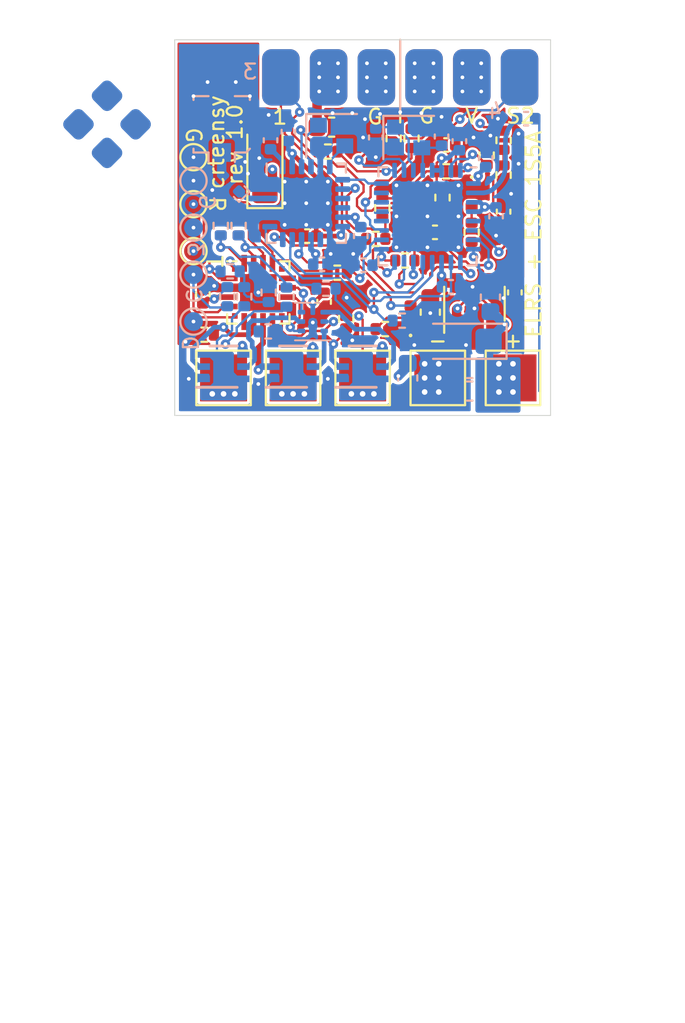
<source format=kicad_pcb>
(kicad_pcb (version 20171130) (host pcbnew 5.1.12-84ad8e8a86~92~ubuntu18.04.1)
  (layers (0 F.Cu_sig signal) (1 In1.Cu_3V3 signal) (2 In2.Cu_Gnd signal) (31 B.Cu_sig signal) (34 B.Paste user) (35 F.Paste user) (36 B.SilkS user) (37 F.SilkS user) (38 B.Mask user) (39 F.Mask user) (44 Edge.Cuts user))
  (net 0 "")
  (net 1 GND)
  (net 2 +3V3)
  (net 3 ESP_EN)
  (net 4 "Net-(C16-Pad1)")
  (net 5 "Net-(C17-Pad1)")
  (net 6 ESPX_OUT)
  (net 7 ESPX_IN)
  (net 8 "Net-(R2-Pad2)")
  (net 9 "Net-(U2-Pad23)")
  (net 10 "Net-(U2-Pad22)")
  (net 11 "Net-(U2-Pad21)")
  (net 12 "Net-(U2-Pad20)")
  (net 13 LED_A)
  (net 14 BUSY_A)
  (net 15 DIO1_A)
  (net 16 NRST_A)
  (net 17 NSS_A)
  (net 18 SCK)
  (net 19 MISO)
  (net 20 MOSI)
  (net 21 ANT)
  (net 22 "Net-(U6-Pad6)")
  (net 23 "Net-(U6-Pad4)")
  (net 24 "Net-(J1-Pad1)")
  (net 25 "Net-(U5-Pad1)")
  (net 26 "Net-(U6-Pad10)")
  (net 27 "Net-(U6-Pad9)")
  (net 28 "Net-(U6-Pad14)")
  (net 29 "Net-(C22-Pad1)")
  (net 30 PWM1)
  (net 31 PWM2)
  (net 32 PWM3)
  (net 33 PWM4)
  (net 34 "Net-(U2-Pad5)")
  (net 35 "Net-(C11-Pad1)")
  (net 36 "Net-(D1-Pad1)")
  (net 37 "Net-(J5-Pad2)")
  (net 38 ADC_sig)
  (net 39 "Net-(C13-Pad2)")
  (net 40 "Net-(D4-Pad2)")
  (net 41 +BATT)
  (net 42 "Net-(Q1-Pad5)")
  (net 43 "Net-(U4-Pad16)")
  (net 44 "Net-(U4-Pad15)")
  (net 45 "Net-(U4-Pad7)")
  (net 46 phase_C)
  (net 47 phase_B)
  (net 48 "Net-(Q2-Pad5)")
  (net 49 phase_A)
  (net 50 "Net-(Q3-Pad5)")
  (net 51 fb_B)
  (net 52 fb_C)
  (net 53 fb_Y)
  (net 54 fb_A)
  (net 55 Cc)
  (net 56 Bc)
  (net 57 Ac)
  (net 58 Ap)
  (net 59 Bp)
  (net 60 Cp)
  (net 61 C2D)
  (net 62 C2CK)
  (net 63 "Net-(R9-Pad2)")
  (net 64 EFM_RX)
  (net 65 EFM_TX)
  (net 66 "Net-(J2-Pad12)")
  (net 67 "Net-(J2-Pad7)")
  (net 68 "Net-(J2-Pad6)")
  (net 69 "Net-(J2-Pad1)")
  (module TestPoint:TestPoint_Pad_D1.0mm (layer F.Cu_sig) (at 158 57.25)
    (fp_text reference TP12 hide)
    (fp_text value TestPoint hide)
    (pad 1 smd circle (at 0 0) (size 1 1) (layers F.Cu_sig F.Mask) (net 1 GND))
  )
  (module Resistor_SMD:R_0402_1005Metric (layer F.Cu_sig) (at 158.575 66.7)
    (fp_text reference R28 hide)
    (fp_text value 10k)
    (pad 2 smd roundrect (at 0.51 0) (size 0.54 0.64) (layers F.Cu_sig F.Paste F.Mask) (net 57 Ac))
    (pad 1 smd roundrect (at -0.51 0) (size 0.54 0.64) (layers F.Cu_sig F.Paste F.Mask) (net 1 GND))
  )
  (module Resistor_SMD:R_0402_1005Metric (layer B.Cu_sig) (at 161.975 66.525 180)
    (fp_text reference R27 hide)
    (fp_text value 10k)
    (pad 2 smd roundrect (at 0.51 0 180) (size 0.54 0.64) (layers B.Cu_sig B.Paste B.Mask) (net 56 Bc))
    (pad 1 smd roundrect (at -0.51 0 180) (size 0.54 0.64) (layers B.Cu_sig B.Paste B.Mask) (net 1 GND))
  )
  (module Resistor_SMD:R_0402_1005Metric (layer F.Cu_sig) (at 166.125 65.85 270)
    (fp_text reference R17 hide)
    (fp_text value 10k)
    (pad 2 smd roundrect (at 0.51 0 270) (size 0.54 0.64) (layers F.Cu_sig F.Paste F.Mask) (net 55 Cc))
    (pad 1 smd roundrect (at -0.51 0 270) (size 0.54 0.64) (layers F.Cu_sig F.Paste F.Mask) (net 1 GND))
  )
  (module NC7NZ14:UQFN-8_1.6x1.6mm_P0.50mm (layer B.Cu_sig) (at 164.35 66 180)
    (fp_text reference U3 hide)
    (fp_text value NC7NZ14L8X)
    (pad 4 smd roundrect (at 0 -0.575 180) (size 0.25 0.45) (layers B.Cu_sig B.Paste B.Mask) (net 1 GND))
    (pad 8 smd roundrect (at 0 0.575) (size 0.25 0.45) (layers B.Cu_sig B.Paste B.Mask) (net 41 +BATT))
    (pad 7 smd roundrect (at 0.605 0.5) (size 0.4 0.25) (layers B.Cu_sig B.Paste B.Mask) (net 60 Cp))
    (pad 6 smd roundrect (at 0.605 0) (size 0.4 0.25) (layers B.Cu_sig B.Paste B.Mask) (net 42 "Net-(Q1-Pad5)"))
    (pad 5 smd roundrect (at 0.605 -0.5) (size 0.4 0.25) (layers B.Cu_sig B.Paste B.Mask) (net 59 Bp))
    (pad 3 smd roundrect (at -0.605 -0.5 180) (size 0.4 0.25) (layers B.Cu_sig B.Paste B.Mask) (net 48 "Net-(Q2-Pad5)"))
    (pad 2 smd roundrect (at -0.605 0 180) (size 0.4 0.25) (layers B.Cu_sig B.Paste B.Mask) (net 58 Ap))
    (pad 1 smd roundrect (at -0.605 0.5 180) (size 0.4 0.25) (layers B.Cu_sig B.Paste B.Mask) (net 50 "Net-(Q3-Pad5)"))
  )
  (module Capacitor_SMD:C_0603_1608Metric (layer F.Cu_sig) (at 165.35 55.65)
    (fp_text reference C27 hide)
    (fp_text value 10u)
    (pad 1 smd roundrect (at -0.775 0) (size 0.9 0.95) (layers F.Cu_sig F.Paste F.Mask) (net 41 +BATT))
    (pad 2 smd roundrect (at 0.775 0) (size 0.9 0.95) (layers F.Cu_sig F.Paste F.Mask) (net 1 GND))
  )
  (module Capacitor_SMD:C_0603_1608Metric (layer B.Cu_sig) (at 172.7 68.5 180)
    (fp_text reference C26 hide)
    (fp_text value 10u)
    (pad 2 smd roundrect (at 0.775 0 180) (size 0.9 0.95) (layers B.Cu_sig B.Paste B.Mask) (net 1 GND))
    (pad 1 smd roundrect (at -0.775 0 180) (size 0.9 0.95) (layers B.Cu_sig B.Paste B.Mask) (net 41 +BATT))
  )
  (module Capacitor_SMD:C_0603_1608Metric (layer B.Cu_sig) (at 172.7 69.7 180)
    (fp_text reference C25 hide)
    (fp_text value 10u)
    (pad 2 smd roundrect (at 0.775 0 180) (size 0.9 0.95) (layers B.Cu_sig B.Paste B.Mask) (net 1 GND))
    (pad 1 smd roundrect (at -0.775 0 180) (size 0.9 0.95) (layers B.Cu_sig B.Paste B.Mask) (net 41 +BATT))
  )
  (module Capacitor_SMD:C_0603_1608Metric (layer B.Cu_sig) (at 169.4 69 270)
    (fp_text reference C24 hide)
    (fp_text value 10u)
    (pad 2 smd roundrect (at 0.775 0 270) (size 0.9 0.95) (layers B.Cu_sig B.Paste B.Mask) (net 1 GND))
    (pad 1 smd roundrect (at -0.775 0 270) (size 0.9 0.95) (layers B.Cu_sig B.Paste B.Mask) (net 41 +BATT))
  )
  (module TestPoint:TestPoint_Pad_D1.0mm (layer F.Cu_sig) (at 158 59.75)
    (fp_text reference TP11 hide)
    (fp_text value TestPoint hide)
    (pad 1 smd circle (at 0 0) (size 1 1) (layers F.Cu_sig F.Mask) (net 64 EFM_RX))
  )
  (module TestPoint:TestPoint_Pad_D1.0mm (layer F.Cu_sig) (at 158 62.25)
    (fp_text reference TP10 hide)
    (fp_text value TestPoint hide)
    (pad 1 smd circle (at 0 0) (size 1 1) (layers F.Cu_sig F.Mask) (net 65 EFM_TX))
  )
  (module ELRS_ESP8285_PWM5:molex_479480001_2g4-turret (layer B.Cu_sig) (at 153.4 55.5 315)
    (fp_text reference J5 hide)
    (fp_text value Conn_Coaxial)
    (pad 2 smd roundrect (at -1.075 1.075 315) (size 1.35 1.35) (layers B.Cu_sig B.Paste B.Mask) (net 37 "Net-(J5-Pad2)"))
    (pad 2 smd roundrect (at 1.075 1.075 315) (size 1.35 1.35) (layers B.Cu_sig B.Paste B.Mask) (net 37 "Net-(J5-Pad2)"))
    (pad 2 smd roundrect (at 1.075 -1.075 315) (size 1.35 1.35) (layers B.Cu_sig B.Paste B.Mask) (net 37 "Net-(J5-Pad2)"))
    (pad 1 smd roundrect (at -1.075 -1.075 315) (size 1.35 1.35) (layers B.Cu_sig B.Paste B.Mask) (net 24 "Net-(J1-Pad1)"))
  )
  (module Resistor_SMD:R_0402_1005Metric (layer B.Cu_sig) (at 159.8 64.675 90)
    (fp_text reference R12 hide)
    (fp_text value 1k)
    (pad 2 smd roundrect (at 0.51 0 90) (size 0.54 0.64) (layers B.Cu_sig B.Paste B.Mask) (net 2 +3V3))
    (pad 1 smd roundrect (at -0.51 0 90) (size 0.54 0.64) (layers B.Cu_sig B.Paste B.Mask) (net 62 C2CK))
  )
  (module Resistor_SMD:R_0402_1005Metric (layer F.Cu_sig) (at 165.65 63.4)
    (fp_text reference R9 hide)
    (fp_text value 1k)
    (pad 2 smd roundrect (at 0.51 0) (size 0.54 0.64) (layers F.Cu_sig F.Paste F.Mask) (net 63 "Net-(R9-Pad2)"))
    (pad 1 smd roundrect (at -0.51 0) (size 0.54 0.64) (layers F.Cu_sig F.Paste F.Mask) (net 64 EFM_RX))
  )
  (module TestPoint:TestPoint_Pad_D1.0mm (layer B.Cu_sig) (at 158 66)
    (fp_text reference TP9 hide)
    (fp_text value TestPoint hide)
    (pad 1 smd circle (at 0 0) (size 1 1) (layers B.Cu_sig B.Mask) (net 61 C2D))
  )
  (module TestPoint:TestPoint_Pad_D1.0mm (layer B.Cu_sig) (at 158 63.5)
    (fp_text reference TP8 hide)
    (fp_text value TestPoint hide)
    (pad 1 smd circle (at 0 0) (size 1 1) (layers B.Cu_sig B.Mask) (net 62 C2CK))
  )
  (module TestPoint:TestPoint_Pad_2.5x2.5mm (layer F.Cu_sig) (at 175 69)
    (fp_text reference TP6 hide)
    (fp_text value TestPoint hide)
    (pad 1 smd rect (at 0 0) (size 2.5 2.5) (layers F.Cu_sig F.Mask) (net 41 +BATT))
  )
  (module TestPoint:TestPoint_Pad_2.5x2.5mm (layer F.Cu_sig) (at 171 69)
    (fp_text reference TP7 hide)
    (fp_text value TestPoint hide)
    (pad 1 smd rect (at 0 0) (size 2.5 2.5) (layers F.Cu_sig F.Mask) (net 1 GND))
  )
  (module TestPoint:TestPoint_Pad_2.5x2.5mm (layer F.Cu_sig) (at 167 69 270)
    (fp_text reference TP3 hide)
    (fp_text value TestPoint hide)
    (pad 1 smd rect (at 0 0 270) (size 2.5 2.5) (layers F.Cu_sig F.Mask) (net 46 phase_C))
  )
  (module servo_edge:BoardEdge_Servo_4 (layer F.Cu_sig) (at 169 51 90)
    (fp_text reference J2 hide)
    (fp_text value Conn_02x06_Counter_Clockwise hide)
    (pad 12 smd roundrect (at -2 -6.35 90) (size 3 2) (layers B.Cu_sig B.Mask) (net 66 "Net-(J2-Pad12)"))
    (pad 11 smd roundrect (at -2 -3.81 90) (size 3 2) (layers B.Cu_sig B.Mask) (net 41 +BATT))
    (pad 10 smd roundrect (at -2 -1.27 90) (size 3 2) (layers B.Cu_sig B.Mask) (net 1 GND))
    (pad 9 smd roundrect (at -2 1.27 90) (size 3 2) (layers B.Cu_sig B.Mask) (net 1 GND))
    (pad 8 smd roundrect (at -2 3.81 90) (size 3 2) (layers B.Cu_sig B.Mask) (net 41 +BATT))
    (pad 7 smd roundrect (at -2 6.35 90) (size 3 2) (layers B.Cu_sig B.Mask) (net 67 "Net-(J2-Pad7)"))
    (pad 6 smd roundrect (at -2 6.35 90) (size 3 2) (layers F.Cu_sig F.Mask) (net 68 "Net-(J2-Pad6)"))
    (pad 5 smd roundrect (at -2 3.81 90) (size 3 2) (layers F.Cu_sig F.Mask) (net 41 +BATT))
    (pad 4 smd roundrect (at -2 1.27 90) (size 3 2) (layers F.Cu_sig F.Mask) (net 1 GND))
    (pad 3 smd roundrect (at -2 -1.27 90) (size 3 2) (layers F.Cu_sig F.Mask) (net 1 GND))
    (pad 2 smd roundrect (at -2 -3.81 90) (size 3 2) (layers F.Cu_sig F.Mask) (net 41 +BATT))
    (pad 1 smd roundrect (at -2 -6.35 90) (size 3 2) (layers F.Cu_sig F.Mask) (net 69 "Net-(J2-Pad1)"))
  )
  (module Capacitor_SMD:C_0402_1005Metric (layer F.Cu_sig) (at 158.5 64.55 90)
    (fp_text reference C23 hide)
    (fp_text value 100n)
    (pad 2 smd roundrect (at 0.48 0 90) (size 0.56 0.62) (layers F.Cu_sig F.Paste F.Mask) (net 1 GND))
    (pad 1 smd roundrect (at -0.48 0 90) (size 0.56 0.62) (layers F.Cu_sig F.Paste F.Mask) (net 2 +3V3))
  )
  (module Capacitor_SMD:C_0402_1005Metric (layer F.Cu_sig) (at 164.95 64.95 270)
    (fp_text reference C14 hide)
    (fp_text value 100n)
    (pad 2 smd roundrect (at 0.48 0 270) (size 0.56 0.62) (layers F.Cu_sig F.Paste F.Mask) (net 1 GND))
    (pad 1 smd roundrect (at -0.48 0 270) (size 0.56 0.62) (layers F.Cu_sig F.Paste F.Mask) (net 41 +BATT))
  )
  (module TestPoint:TestPoint_Pad_2.5x2.5mm (layer F.Cu_sig) (at 163.3 69 270)
    (fp_text reference TP4 hide)
    (fp_text value TestPoint hide)
    (pad 1 smd rect (at 0 0 270) (size 2.5 2.5) (layers F.Cu_sig F.Mask) (net 47 phase_B))
  )
  (module TestPoint:TestPoint_Pad_2.5x2.5mm (layer F.Cu_sig) (at 159.6 69 270)
    (fp_text reference TP5 hide)
    (fp_text value TestPoint hide)
    (pad 1 smd rect (at 0 0 270) (size 2.5 2.5) (layers F.Cu_sig F.Mask) (net 49 phase_A))
  )
  (module Resistor_SMD:R_0402_1005Metric (layer B.Cu_sig) (at 162 64.45 90)
    (fp_text reference R26 hide)
    (fp_text value 1k)
    (pad 2 smd roundrect (at 0.51 0 90) (size 0.54 0.64) (layers B.Cu_sig B.Paste B.Mask) (net 1 GND))
    (pad 1 smd roundrect (at -0.51 0 90) (size 0.54 0.64) (layers B.Cu_sig B.Paste B.Mask) (net 54 fb_A))
  )
  (module Resistor_SMD:R_0402_1005Metric (layer B.Cu_sig) (at 159.45 60.9 90)
    (fp_text reference R25 hide)
    (fp_text value 1k)
    (pad 2 smd roundrect (at 0.51 0 90) (size 0.54 0.64) (layers B.Cu_sig B.Paste B.Mask) (net 1 GND))
    (pad 1 smd roundrect (at -0.51 0 90) (size 0.54 0.64) (layers B.Cu_sig B.Paste B.Mask) (net 51 fb_B))
  )
  (module Resistor_SMD:R_0402_1005Metric (layer B.Cu_sig) (at 160.4 60.9 90)
    (fp_text reference R24 hide)
    (fp_text value 1k)
    (pad 2 smd roundrect (at 0.51 0 90) (size 0.54 0.64) (layers B.Cu_sig B.Paste B.Mask) (net 1 GND))
    (pad 1 smd roundrect (at -0.51 0 90) (size 0.54 0.64) (layers B.Cu_sig B.Paste B.Mask) (net 52 fb_C))
  )
  (module Resistor_SMD:R_0402_1005Metric (layer F.Cu_sig) (at 160.4 60.9 270)
    (fp_text reference R23 hide)
    (fp_text value 1k)
    (pad 2 smd roundrect (at 0.51 0 270) (size 0.54 0.64) (layers F.Cu_sig F.Paste F.Mask) (net 52 fb_C))
    (pad 1 smd roundrect (at -0.51 0 270) (size 0.54 0.64) (layers F.Cu_sig F.Paste F.Mask) (net 53 fb_Y))
  )
  (module Resistor_SMD:R_0402_1005Metric (layer B.Cu_sig) (at 165.05 64.25)
    (fp_text reference R22 hide)
    (fp_text value 1k)
    (pad 2 smd roundrect (at 0.51 0) (size 0.54 0.64) (layers B.Cu_sig B.Paste B.Mask) (net 46 phase_C))
    (pad 1 smd roundrect (at -0.51 0) (size 0.54 0.64) (layers B.Cu_sig B.Paste B.Mask) (net 52 fb_C))
  )
  (module Resistor_SMD:R_0402_1005Metric (layer F.Cu_sig) (at 159.45 60.9 270)
    (fp_text reference R21 hide)
    (fp_text value 1k)
    (pad 2 smd roundrect (at 0.51 0 270) (size 0.54 0.64) (layers F.Cu_sig F.Paste F.Mask) (net 51 fb_B))
    (pad 1 smd roundrect (at -0.51 0 270) (size 0.54 0.64) (layers F.Cu_sig F.Paste F.Mask) (net 53 fb_Y))
  )
  (module Resistor_SMD:R_0402_1005Metric (layer B.Cu_sig) (at 162.95 64.7 270)
    (fp_text reference R20 hide)
    (fp_text value 1k)
    (pad 2 smd roundrect (at 0.51 0 270) (size 0.54 0.64) (layers B.Cu_sig B.Paste B.Mask) (net 47 phase_B))
    (pad 1 smd roundrect (at -0.51 0 270) (size 0.54 0.64) (layers B.Cu_sig B.Paste B.Mask) (net 51 fb_B))
  )
  (module Resistor_SMD:R_0402_1005Metric (layer B.Cu_sig) (at 159.95 63.325)
    (fp_text reference R19 hide)
    (fp_text value 1k)
    (pad 2 smd roundrect (at 0.51 0) (size 0.54 0.64) (layers B.Cu_sig B.Paste B.Mask) (net 54 fb_A))
    (pad 1 smd roundrect (at -0.51 0) (size 0.54 0.64) (layers B.Cu_sig B.Paste B.Mask) (net 53 fb_Y))
  )
  (module Resistor_SMD:R_0402_1005Metric (layer B.Cu_sig) (at 160.7 64.675 270)
    (fp_text reference R18 hide)
    (fp_text value 1k)
    (pad 2 smd roundrect (at 0.51 0 270) (size 0.54 0.64) (layers B.Cu_sig B.Paste B.Mask) (net 49 phase_A))
    (pad 1 smd roundrect (at -0.51 0 270) (size 0.54 0.64) (layers B.Cu_sig B.Paste B.Mask) (net 54 fb_A))
  )
  (module UT6MA3:DFN-6-2EP_2x2mm_P0.65mm_EP2x0.9x0.7 (layer B.Cu_sig) (at 167 68.4)
    (fp_text reference Q3 hide)
    (fp_text value UT6MA3)
    (pad 7 smd rect (at 0 0.45) (size 0.9 0.7) (layers B.Cu_sig B.Mask) (net 46 phase_C))
    (pad 1 smd rect (at -1.05 0.65) (size 0.65 0.35) (layers B.Cu_sig B.Paste B.Mask) (net 1 GND))
    (pad 2 smd rect (at -1.05 0) (size 0.65 0.35) (layers B.Cu_sig B.Paste B.Mask) (net 55 Cc))
    (pad 3 smd rect (at -1.05 -0.65) (size 0.65 0.35) (layers B.Cu_sig B.Paste B.Mask) (net 46 phase_C))
    (pad 4 smd rect (at 1.05 -0.65) (size 0.65 0.35) (layers B.Cu_sig B.Paste B.Mask) (net 41 +BATT))
    (pad 5 smd rect (at 1.05 0) (size 0.65 0.35) (layers B.Cu_sig B.Paste B.Mask) (net 50 "Net-(Q3-Pad5)"))
    (pad 6 smd rect (at 1.05 0.65) (size 0.65 0.35) (layers B.Cu_sig B.Paste B.Mask) (net 46 phase_C))
    (pad 8 smd rect (at 0 -0.45) (size 0.9 0.7) (layers B.Cu_sig B.Mask) (net 46 phase_C))
  )
  (module UT6MA3:DFN-6-2EP_2x2mm_P0.65mm_EP2x0.9x0.7 (layer B.Cu_sig) (at 163.3 68.4)
    (fp_text reference Q2 hide)
    (fp_text value UT6MA3)
    (pad 7 smd rect (at 0 0.45) (size 0.9 0.7) (layers B.Cu_sig B.Mask) (net 47 phase_B))
    (pad 1 smd rect (at -1.05 0.65) (size 0.65 0.35) (layers B.Cu_sig B.Paste B.Mask) (net 1 GND))
    (pad 2 smd rect (at -1.05 0) (size 0.65 0.35) (layers B.Cu_sig B.Paste B.Mask) (net 56 Bc))
    (pad 3 smd rect (at -1.05 -0.65) (size 0.65 0.35) (layers B.Cu_sig B.Paste B.Mask) (net 47 phase_B))
    (pad 4 smd rect (at 1.05 -0.65) (size 0.65 0.35) (layers B.Cu_sig B.Paste B.Mask) (net 41 +BATT))
    (pad 5 smd rect (at 1.05 0) (size 0.65 0.35) (layers B.Cu_sig B.Paste B.Mask) (net 48 "Net-(Q2-Pad5)"))
    (pad 6 smd rect (at 1.05 0.65) (size 0.65 0.35) (layers B.Cu_sig B.Paste B.Mask) (net 47 phase_B))
    (pad 8 smd rect (at 0 -0.45) (size 0.9 0.7) (layers B.Cu_sig B.Mask) (net 47 phase_B))
  )
  (module Package_DFN_QFN:SiliconLabs_QFN-20-1EP_3x3mm_P0.5mm_EP1.8x1.8mm (layer F.Cu_sig) (at 161.45 64.45)
    (fp_text reference U4 hide)
    (fp_text value EFM8BB21F16G-QFN20)
    (pad 21 smd rect (at 0 0) (size 1.8 1.8) (layers F.Cu_sig F.Mask) (net 1 GND))
    (pad 20 smd rect (at -0.75 -1.55 90) (size 0.9 0.3) (layers F.Cu_sig F.Paste F.Mask) (net 51 fb_B))
    (pad 19 smd rect (at -0.25 -1.55 90) (size 0.9 0.3) (layers F.Cu_sig F.Paste F.Mask) (net 52 fb_C))
    (pad 18 smd rect (at 0.25 -1.55 90) (size 0.9 0.3) (layers F.Cu_sig F.Paste F.Mask) (net 65 EFM_TX))
    (pad 17 smd rect (at 0.75 -1.55 90) (size 0.9 0.3) (layers F.Cu_sig F.Paste F.Mask) (net 64 EFM_RX))
    (pad 16 smd rect (at 1.25 -1.25) (size 0.3 0.3) (layers F.Cu_sig F.Paste F.Mask) (net 43 "Net-(U4-Pad16)"))
    (pad 15 smd rect (at 1.55 -0.75) (size 0.9 0.3) (layers F.Cu_sig F.Paste F.Mask) (net 44 "Net-(U4-Pad15)"))
    (pad 14 smd rect (at 1.55 -0.25) (size 0.9 0.3) (layers F.Cu_sig F.Paste F.Mask) (net 60 Cp))
    (pad 13 smd rect (at 1.55 0.25) (size 0.9 0.3) (layers F.Cu_sig F.Paste F.Mask) (net 59 Bp))
    (pad 12 smd rect (at 1.55 0.75) (size 0.9 0.3) (layers F.Cu_sig F.Paste F.Mask) (net 1 GND))
    (pad 11 smd rect (at 1.25 1.25) (size 0.3 0.3) (layers F.Cu_sig F.Paste F.Mask) (net 58 Ap))
    (pad 10 smd rect (at 0.75 1.55 90) (size 0.9 0.3) (layers F.Cu_sig F.Paste F.Mask) (net 55 Cc))
    (pad 9 smd rect (at 0.25 1.55 90) (size 0.9 0.3) (layers F.Cu_sig F.Paste F.Mask) (net 56 Bc))
    (pad 8 smd rect (at -0.25 1.55 90) (size 0.9 0.3) (layers F.Cu_sig F.Paste F.Mask) (net 57 Ac))
    (pad 7 smd rect (at -0.75 1.55 90) (size 0.9 0.3) (layers F.Cu_sig F.Paste F.Mask) (net 45 "Net-(U4-Pad7)"))
    (pad 6 smd rect (at -1.25 1.25) (size 0.3 0.3) (layers F.Cu_sig F.Paste F.Mask) (net 61 C2D))
    (pad 5 smd rect (at -1.55 0.75) (size 0.9 0.3) (layers F.Cu_sig F.Paste F.Mask) (net 62 C2CK))
    (pad 4 smd rect (at -1.55 0.25) (size 0.9 0.3) (layers F.Cu_sig F.Paste F.Mask) (net 2 +3V3))
    (pad 3 smd rect (at -1.55 -0.25) (size 0.9 0.3) (layers F.Cu_sig F.Paste F.Mask) (net 1 GND))
    (pad 2 smd rect (at -1.55 -0.75) (size 0.9 0.3) (layers F.Cu_sig F.Paste F.Mask) (net 53 fb_Y))
    (pad 1 smd rect (at -1.25 -1.25) (size 0.3 0.3) (layers F.Cu_sig F.Paste F.Mask) (net 54 fb_A))
  )
  (module UT6MA3:DFN-6-2EP_2x2mm_P0.65mm_EP2x0.9x0.7 (layer B.Cu_sig) (at 159.6 68.4)
    (fp_text reference Q1 hide)
    (fp_text value UT6MA3)
    (pad 7 smd rect (at 0 0.45) (size 0.9 0.7) (layers B.Cu_sig B.Mask) (net 49 phase_A))
    (pad 1 smd rect (at -1.05 0.65) (size 0.65 0.35) (layers B.Cu_sig B.Paste B.Mask) (net 1 GND))
    (pad 2 smd rect (at -1.05 0) (size 0.65 0.35) (layers B.Cu_sig B.Paste B.Mask) (net 57 Ac))
    (pad 3 smd rect (at -1.05 -0.65) (size 0.65 0.35) (layers B.Cu_sig B.Paste B.Mask) (net 49 phase_A))
    (pad 4 smd rect (at 1.05 -0.65) (size 0.65 0.35) (layers B.Cu_sig B.Paste B.Mask) (net 41 +BATT))
    (pad 5 smd rect (at 1.05 0) (size 0.65 0.35) (layers B.Cu_sig B.Paste B.Mask) (net 42 "Net-(Q1-Pad5)"))
    (pad 6 smd rect (at 1.05 0.65) (size 0.65 0.35) (layers B.Cu_sig B.Paste B.Mask) (net 49 phase_A))
    (pad 8 smd rect (at 0 -0.45) (size 0.9 0.7) (layers B.Cu_sig B.Mask) (net 49 phase_A))
  )
  (module TestPoint:TestPoint_Pad_D1.0mm (layer B.Cu_sig) (at 158 58.5)
    (fp_text reference TP2 hide)
    (fp_text value TestPoint hide)
    (pad 1 smd circle (at 0 0) (size 1 1) (layers B.Cu_sig B.Mask) (net 1 GND))
  )
  (module TestPoint:TestPoint_Pad_D1.0mm (layer B.Cu_sig) (at 158 61)
    (fp_text reference TP1 hide)
    (fp_text value TestPoint hide)
    (pad 1 smd circle (at 0 0) (size 1 1) (layers B.Cu_sig B.Mask) (net 2 +3V3))
  )
  (module Capacitor_SMD:C_0402_1005Metric (layer B.Cu_sig) (at 175.7 55.2 180)
    (fp_text reference C13 hide)
    (fp_text value 10p)
    (pad 2 smd roundrect (at 0.48 0 180) (size 0.56 0.62) (layers B.Cu_sig B.Paste B.Mask) (net 39 "Net-(C13-Pad2)"))
    (pad 1 smd roundrect (at -0.48 0 180) (size 0.56 0.62) (layers B.Cu_sig B.Paste B.Mask) (net 21 ANT))
  )
  (module Resistor_SMD:R_0402_1005Metric (layer F.Cu_sig) (at 174.5 58.2 90)
    (fp_text reference R16 hide)
    (fp_text value 1k)
    (pad 2 smd roundrect (at 0.51 0 90) (size 0.54 0.64) (layers F.Cu_sig F.Paste F.Mask) (net 38 ADC_sig))
    (pad 1 smd roundrect (at -0.51 0 90) (size 0.54 0.64) (layers F.Cu_sig F.Paste F.Mask) (net 1 GND))
  )
  (module Resistor_SMD:R_0402_1005Metric (layer F.Cu_sig) (at 174.5 56.35 90)
    (fp_text reference R15 hide)
    (fp_text value 3k9)
    (pad 2 smd roundrect (at 0.51 0 90) (size 0.54 0.64) (layers F.Cu_sig F.Paste F.Mask) (net 41 +BATT))
    (pad 1 smd roundrect (at -0.51 0 90) (size 0.54 0.64) (layers F.Cu_sig F.Paste F.Mask) (net 38 ADC_sig))
  )
  (module Capacitor_SMD:C_0402_1005Metric (layer F.Cu_sig) (at 174.5 60.15 90)
    (fp_text reference C12 hide)
    (fp_text value 100n)
    (pad 2 smd roundrect (at 0.48 0 90) (size 0.56 0.62) (layers F.Cu_sig F.Paste F.Mask) (net 1 GND))
    (pad 1 smd roundrect (at -0.48 0 90) (size 0.56 0.62) (layers F.Cu_sig F.Paste F.Mask) (net 38 ADC_sig))
  )
  (module ELRS_ESP8285_PWM5:QFN-32-1EP_5x5mm_P0.5mm_EP3.7x3.7mm_dense (layer B.Cu_sig) (at 170.45 60.4 180)
    (fp_text reference U2 hide)
    (fp_text value ESP8285)
    (pad 33 smd rect (at 0 0 180) (size 3.7 3.7) (layers B.Cu_sig B.Mask) (net 1 GND))
    (pad 32 smd roundrect (at -1.75 2.45 180) (size 0.25 0.8) (layers B.Cu_sig B.Paste B.Mask) (net 35 "Net-(C11-Pad1)"))
    (pad 31 smd roundrect (at -1.25 2.45 180) (size 0.25 0.8) (layers B.Cu_sig B.Paste B.Mask) (net 8 "Net-(R2-Pad2)"))
    (pad 30 smd roundrect (at -0.75 2.45 180) (size 0.25 0.8) (layers B.Cu_sig B.Paste B.Mask) (net 2 +3V3))
    (pad 29 smd roundrect (at -0.25 2.45 180) (size 0.25 0.8) (layers B.Cu_sig B.Paste B.Mask) (net 2 +3V3))
    (pad 28 smd roundrect (at 0.25 2.45 180) (size 0.25 0.8) (layers B.Cu_sig B.Paste B.Mask) (net 7 ESPX_IN))
    (pad 27 smd roundrect (at 0.75 2.45 180) (size 0.25 0.8) (layers B.Cu_sig B.Paste B.Mask) (net 6 ESPX_OUT))
    (pad 26 smd roundrect (at 1.25 2.45 180) (size 0.25 0.8) (layers B.Cu_sig B.Paste B.Mask) (net 31 PWM2))
    (pad 25 smd roundrect (at 1.75 2.45 180) (size 0.25 0.8) (layers B.Cu_sig B.Paste B.Mask) (net 32 PWM3))
    (pad 24 smd roundrect (at 2.45 1.75 180) (size 0.8 0.25) (layers B.Cu_sig B.Paste B.Mask) (net 14 BUSY_A))
    (pad 23 smd roundrect (at 2.45 1.25 180) (size 0.8 0.25) (layers B.Cu_sig B.Paste B.Mask) (net 9 "Net-(U2-Pad23)"))
    (pad 22 smd roundrect (at 2.45 0.75 180) (size 0.8 0.25) (layers B.Cu_sig B.Paste B.Mask) (net 10 "Net-(U2-Pad22)"))
    (pad 21 smd roundrect (at 2.45 0.25 180) (size 0.8 0.25) (layers B.Cu_sig B.Paste B.Mask) (net 11 "Net-(U2-Pad21)"))
    (pad 20 smd roundrect (at 2.45 -0.25 180) (size 0.8 0.25) (layers B.Cu_sig B.Paste B.Mask) (net 12 "Net-(U2-Pad20)"))
    (pad 19 smd roundrect (at 2.45 -0.75 180) (size 0.8 0.25) (layers B.Cu_sig B.Paste B.Mask) (net 33 PWM4))
    (pad 18 smd roundrect (at 2.45 -1.25 180) (size 0.8 0.25) (layers B.Cu_sig B.Paste B.Mask) (net 63 "Net-(R9-Pad2)"))
    (pad 17 smd roundrect (at 2.45 -1.75 180) (size 0.8 0.25) (layers B.Cu_sig B.Paste B.Mask) (net 2 +3V3))
    (pad 16 smd roundrect (at 1.75 -2.45 180) (size 0.25 0.8) (layers B.Cu_sig B.Paste B.Mask) (net 15 DIO1_A))
    (pad 15 smd roundrect (at 1.25 -2.45 180) (size 0.25 0.8) (layers B.Cu_sig B.Paste B.Mask) (net 30 PWM1))
    (pad 14 smd roundrect (at 0.75 -2.45 180) (size 0.25 0.8) (layers B.Cu_sig B.Paste B.Mask) (net 16 NRST_A))
    (pad 13 smd roundrect (at 0.25 -2.45 180) (size 0.25 0.8) (layers B.Cu_sig B.Paste B.Mask) (net 17 NSS_A))
    (pad 12 smd roundrect (at -0.25 -2.45 180) (size 0.25 0.8) (layers B.Cu_sig B.Paste B.Mask) (net 20 MOSI))
    (pad 11 smd roundrect (at -0.75 -2.45 180) (size 0.25 0.8) (layers B.Cu_sig B.Paste B.Mask) (net 2 +3V3))
    (pad 10 smd roundrect (at -1.25 -2.45 180) (size 0.25 0.8) (layers B.Cu_sig B.Paste B.Mask) (net 19 MISO))
    (pad 9 smd roundrect (at -1.75 -2.45 180) (size 0.25 0.8) (layers B.Cu_sig B.Paste B.Mask) (net 18 SCK))
    (pad 8 smd roundrect (at -2.45 -1.75 180) (size 0.8 0.25) (layers B.Cu_sig B.Paste B.Mask) (net 13 LED_A))
    (pad 7 smd roundrect (at -2.45 -1.25 180) (size 0.8 0.25) (layers B.Cu_sig B.Paste B.Mask) (net 3 ESP_EN))
    (pad 6 smd roundrect (at -2.45 -0.75 180) (size 0.8 0.25) (layers B.Cu_sig B.Paste B.Mask) (net 38 ADC_sig))
    (pad 5 smd roundrect (at -2.45 -0.25 180) (size 0.8 0.25) (layers B.Cu_sig B.Paste B.Mask) (net 34 "Net-(U2-Pad5)"))
    (pad 4 smd roundrect (at -2.45 0.25 180) (size 0.8 0.25) (layers B.Cu_sig B.Paste B.Mask) (net 2 +3V3))
    (pad 3 smd roundrect (at -2.45 0.75 180) (size 0.8 0.25) (layers B.Cu_sig B.Paste B.Mask) (net 2 +3V3))
    (pad 2 smd roundrect (at -2.45 1.25 180) (size 0.8 0.25) (layers B.Cu_sig B.Paste B.Mask) (net 39 "Net-(C13-Pad2)"))
    (pad 1 smd roundrect (at -2.45 1.75 180) (size 0.8 0.25) (layers B.Cu_sig B.Paste B.Mask) (net 2 +3V3))
  )
  (module Resistor_SMD:R_0402_1005Metric (layer B.Cu_sig) (at 169.1 65.95 180)
    (fp_text reference R14 hide)
    (fp_text value 10k)
    (pad 2 smd roundrect (at 0.51 0 180) (size 0.54 0.64) (layers B.Cu_sig B.Paste B.Mask) (net 17 NSS_A))
    (pad 1 smd roundrect (at -0.51 0 180) (size 0.54 0.64) (layers B.Cu_sig B.Paste B.Mask) (net 1 GND))
  )
  (module Resistor_SMD:R_0402_1005Metric (layer F.Cu_sig) (at 168.05 59.95 90)
    (fp_text reference R13 hide)
    (fp_text value 10k)
    (pad 2 smd roundrect (at 0.51 0 90) (size 0.54 0.64) (layers F.Cu_sig F.Paste F.Mask) (net 2 +3V3))
    (pad 1 smd roundrect (at -0.51 0 90) (size 0.54 0.64) (layers F.Cu_sig F.Paste F.Mask) (net 30 PWM1))
  )
  (module Resistor_SMD:R_0402_1005Metric (layer F.Cu_sig) (at 169.25 62.75 180)
    (fp_text reference R10 hide)
    (fp_text value 10k)
    (pad 2 smd roundrect (at 0.51 0 180) (size 0.54 0.64) (layers F.Cu_sig F.Paste F.Mask) (net 2 +3V3))
    (pad 1 smd roundrect (at -0.51 0 180) (size 0.54 0.64) (layers F.Cu_sig F.Paste F.Mask) (net 16 NRST_A))
  )
  (module Capacitor_SMD:C_0402_1005Metric (layer F.Cu_sig) (at 171.45 56.6 180)
    (fp_text reference C11 hide)
    (fp_text value 100n)
    (pad 2 smd roundrect (at 0.48 0 180) (size 0.56 0.62) (layers F.Cu_sig F.Paste F.Mask) (net 1 GND))
    (pad 1 smd roundrect (at -0.48 0 180) (size 0.56 0.62) (layers F.Cu_sig F.Paste F.Mask) (net 35 "Net-(C11-Pad1)"))
  )
  (module Capacitor_SMD:C_0402_1005Metric (layer B.Cu_sig) (at 171.7 64.15)
    (fp_text reference C10 hide)
    (fp_text value 100n)
    (pad 2 smd roundrect (at 0.48 0) (size 0.56 0.62) (layers B.Cu_sig B.Paste B.Mask) (net 1 GND))
    (pad 1 smd roundrect (at -0.48 0) (size 0.56 0.62) (layers B.Cu_sig B.Paste B.Mask) (net 2 +3V3))
  )
  (module Resistor_SMD:R_0402_1005Metric (layer F.Cu_sig) (at 169.6 56.25 270)
    (fp_text reference R8 hide)
    (fp_text value 1k)
    (pad 2 smd roundrect (at 0.51 0 270) (size 0.54 0.64) (layers F.Cu_sig F.Paste F.Mask) (net 33 PWM4))
    (pad 1 smd roundrect (at -0.51 0 270) (size 0.54 0.64) (layers F.Cu_sig F.Paste F.Mask) (net 67 "Net-(J2-Pad7)"))
  )
  (module Resistor_SMD:R_0402_1005Metric (layer F.Cu_sig) (at 165.15 56.95)
    (fp_text reference R7 hide)
    (fp_text value 1k)
    (pad 2 smd roundrect (at 0.51 0) (size 0.54 0.64) (layers F.Cu_sig F.Paste F.Mask) (net 32 PWM3))
    (pad 1 smd roundrect (at -0.51 0) (size 0.54 0.64) (layers F.Cu_sig F.Paste F.Mask) (net 66 "Net-(J2-Pad12)"))
  )
  (module Resistor_SMD:R_0402_1005Metric (layer F.Cu_sig) (at 168.65 56.25 270)
    (fp_text reference R6 hide)
    (fp_text value 1k)
    (pad 2 smd roundrect (at 0.51 0 270) (size 0.54 0.64) (layers F.Cu_sig F.Paste F.Mask) (net 31 PWM2))
    (pad 1 smd roundrect (at -0.51 0 270) (size 0.54 0.64) (layers F.Cu_sig F.Paste F.Mask) (net 68 "Net-(J2-Pad6)"))
  )
  (module Resistor_SMD:R_0402_1005Metric (layer F.Cu_sig) (at 167.7 61.6)
    (fp_text reference R5 hide)
    (fp_text value 1k)
    (pad 2 smd roundrect (at 0.51 0) (size 0.54 0.64) (layers F.Cu_sig F.Paste F.Mask) (net 30 PWM1))
    (pad 1 smd roundrect (at -0.51 0) (size 0.54 0.64) (layers F.Cu_sig F.Paste F.Mask) (net 69 "Net-(J2-Pad1)"))
  )
  (module Resistor_SMD:R_0402_1005Metric (layer F.Cu_sig) (at 171.45 58 180)
    (fp_text reference R3 hide)
    (fp_text value 10k)
    (pad 2 smd roundrect (at 0.51 0 180) (size 0.54 0.64) (layers F.Cu_sig F.Paste F.Mask) (net 2 +3V3))
    (pad 1 smd roundrect (at -0.51 0 180) (size 0.54 0.64) (layers F.Cu_sig F.Paste F.Mask) (net 35 "Net-(C11-Pad1)"))
  )
  (module Resistor_SMD:R_0402_1005Metric (layer F.Cu_sig) (at 173.6 57.15 270)
    (fp_text reference R2 hide)
    (fp_text value 12k)
    (pad 2 smd roundrect (at 0.51 0 270) (size 0.54 0.64) (layers F.Cu_sig F.Paste F.Mask) (net 8 "Net-(R2-Pad2)"))
    (pad 1 smd roundrect (at -0.51 0 270) (size 0.54 0.64) (layers F.Cu_sig F.Paste F.Mask) (net 1 GND))
  )
  (module Package_TO_SOT_SMD:SOT-23-5 (layer F.Cu_sig) (at 172.95 65.05 90)
    (fp_text reference U1 hide)
    (fp_text value SPX3819M5-L-3-3)
    (pad 5 smd rect (at 1.1 -0.95 90) (size 1.06 0.65) (layers F.Cu_sig F.Paste F.Mask) (net 2 +3V3))
    (pad 4 smd rect (at 1.1 0.95 90) (size 1.06 0.65) (layers F.Cu_sig F.Paste F.Mask) (net 29 "Net-(C22-Pad1)"))
    (pad 3 smd rect (at -1.1 0.95 90) (size 1.06 0.65) (layers F.Cu_sig F.Paste F.Mask) (net 41 +BATT))
    (pad 2 smd rect (at -1.1 0 90) (size 1.06 0.65) (layers F.Cu_sig F.Paste F.Mask) (net 1 GND))
    (pad 1 smd rect (at -1.1 -0.95 90) (size 1.06 0.65) (layers F.Cu_sig F.Paste F.Mask) (net 41 +BATT))
  )
  (module Capacitor_SMD:C_0402_1005Metric (layer F.Cu_sig) (at 175.1 64.45 270)
    (fp_text reference C22 hide)
    (fp_text value 10n)
    (pad 2 smd roundrect (at 0.48 0 270) (size 0.56 0.62) (layers F.Cu_sig F.Paste F.Mask) (net 1 GND))
    (pad 1 smd roundrect (at -0.48 0 270) (size 0.56 0.62) (layers F.Cu_sig F.Paste F.Mask) (net 29 "Net-(C22-Pad1)"))
  )
  (module Capacitor_SMD:C_0402_1005Metric (layer B.Cu_sig) (at 174.1 60.4 270)
    (fp_text reference C21 hide)
    (fp_text value 100n)
    (pad 2 smd roundrect (at 0.48 0 270) (size 0.56 0.62) (layers B.Cu_sig B.Paste B.Mask) (net 1 GND))
    (pad 1 smd roundrect (at -0.48 0 270) (size 0.56 0.62) (layers B.Cu_sig B.Paste B.Mask) (net 2 +3V3))
  )
  (module Resistor_SMD:R_0402_1005Metric (layer F.Cu_sig) (at 172.8 61.25 90)
    (fp_text reference R4 hide)
    (fp_text value 560R)
    (pad 2 smd roundrect (at 0.51 0 90) (size 0.54 0.64) (layers F.Cu_sig F.Paste F.Mask) (net 40 "Net-(D4-Pad2)"))
    (pad 1 smd roundrect (at -0.51 0 90) (size 0.54 0.64) (layers F.Cu_sig F.Paste F.Mask) (net 13 LED_A))
  )
  (module LED_SMD:LED_0402_1005Metric (layer F.Cu_sig) (at 172.8 59.4 270)
    (fp_text reference D4 hide)
    (fp_text value red_2V1)
    (pad 2 smd roundrect (at 0.485 0 270) (size 0.59 0.64) (layers F.Cu_sig F.Paste F.Mask) (net 40 "Net-(D4-Pad2)"))
    (pad 1 smd roundrect (at -0.485 0 270) (size 0.59 0.64) (layers F.Cu_sig F.Paste F.Mask) (net 1 GND))
  )
  (module ELRS_ESP8285_dual:QFN-24-1EP_4x4mm_P0.5mm_EP2.6x2.6mm_SX1280_dense (layer B.Cu_sig) (at 164 59.7 270)
    (fp_text reference U6 hide)
    (fp_text value SX1281)
    (pad 0 smd rect (at 0 0 270) (size 2.6 2.6) (layers B.Cu_sig B.Mask) (net 1 GND))
    (pad 24 smd roundrect (at -1.25 1.9375 270) (size 0.3 0.8) (layers B.Cu_sig B.Paste B.Mask) (net 1 GND))
    (pad 23 smd roundrect (at -0.75 1.9375 270) (size 0.3 0.8) (layers B.Cu_sig B.Paste B.Mask) (net 1 GND))
    (pad 22 smd roundrect (at -0.25 1.9375 270) (size 0.3 0.8) (layers B.Cu_sig B.Paste B.Mask) (net 25 "Net-(U5-Pad1)"))
    (pad 21 smd roundrect (at 0.25 1.9375 270) (size 0.3 0.8) (layers B.Cu_sig B.Paste B.Mask) (net 1 GND))
    (pad 20 smd roundrect (at 0.75 1.9375 270) (size 0.3 0.8) (layers B.Cu_sig B.Paste B.Mask) (net 1 GND))
    (pad 19 smd roundrect (at 1.25 1.9375 270) (size 0.3 0.8) (layers B.Cu_sig B.Paste B.Mask) (net 17 NSS_A))
    (pad 18 smd roundrect (at 1.9375 1.25 270) (size 0.8 0.3) (layers B.Cu_sig B.Paste B.Mask) (net 18 SCK))
    (pad 17 smd roundrect (at 1.9375 0.75 270) (size 0.8 0.3) (layers B.Cu_sig B.Paste B.Mask) (net 20 MOSI))
    (pad 16 smd roundrect (at 1.9375 0.25 270) (size 0.8 0.3) (layers B.Cu_sig B.Paste B.Mask) (net 19 MISO))
    (pad 15 smd roundrect (at 1.9375 -0.25 270) (size 0.8 0.3) (layers B.Cu_sig B.Paste B.Mask) (net 2 +3V3))
    (pad 14 smd roundrect (at 1.9375 -0.75 270) (size 0.8 0.3) (layers B.Cu_sig B.Paste B.Mask) (net 28 "Net-(U6-Pad14)"))
    (pad 13 smd roundrect (at 1.9375 -1.25 270) (size 0.8 0.3) (layers B.Cu_sig B.Paste B.Mask) (net 1 GND))
    (pad 12 smd roundrect (at 1.25 -1.9375 270) (size 0.3 0.8) (layers B.Cu_sig B.Paste B.Mask) (net 4 "Net-(C16-Pad1)"))
    (pad 11 smd roundrect (at 0.75 -1.9375 270) (size 0.3 0.8) (layers B.Cu_sig B.Paste B.Mask) (net 2 +3V3))
    (pad 10 smd roundrect (at 0.25 -1.9375 270) (size 0.3 0.8) (layers B.Cu_sig B.Paste B.Mask) (net 26 "Net-(U6-Pad10)"))
    (pad 9 smd roundrect (at -0.25 -1.9375 270) (size 0.3 0.8) (layers B.Cu_sig B.Paste B.Mask) (net 27 "Net-(U6-Pad9)"))
    (pad 8 smd roundrect (at -0.75 -1.9375 270) (size 0.3 0.8) (layers B.Cu_sig B.Paste B.Mask) (net 15 DIO1_A))
    (pad 7 smd roundrect (at -1.25 -1.9375 270) (size 0.3 0.8) (layers B.Cu_sig B.Paste B.Mask) (net 14 BUSY_A))
    (pad 6 smd roundrect (at -1.9375 -1.25 270) (size 0.8 0.3) (layers B.Cu_sig B.Paste B.Mask) (net 22 "Net-(U6-Pad6)"))
    (pad 5 smd roundrect (at -1.9375 -0.75 270) (size 0.8 0.3) (layers B.Cu_sig B.Paste B.Mask) (net 1 GND))
    (pad 4 smd roundrect (at -1.9375 -0.25 270) (size 0.8 0.3) (layers B.Cu_sig B.Paste B.Mask) (net 23 "Net-(U6-Pad4)"))
    (pad 3 smd roundrect (at -1.9375 0.25 270) (size 0.8 0.3) (layers B.Cu_sig B.Paste B.Mask) (net 16 NRST_A))
    (pad 2 smd roundrect (at -1.9375 0.75 270) (size 0.8 0.3) (layers B.Cu_sig B.Paste B.Mask) (net 4 "Net-(C16-Pad1)"))
    (pad 1 smd roundrect (at -1.9375 1.25 270) (size 0.8 0.3) (layers B.Cu_sig B.Paste B.Mask) (net 5 "Net-(C17-Pad1)"))
  )
  (module ELRS_ESP8285_dual:2450FM07D0034T (layer B.Cu_sig) (at 160 58.65 135)
    (fp_text reference U5 hide)
    (fp_text value 2450FM07D0034T)
    (pad 4 smd roundrect (at 0 0.35 135) (size 0.3 0.5) (layers B.Cu_sig B.Paste B.Mask) (net 1 GND))
    (pad 3 smd roundrect (at 0.6 0 135) (size 0.55 0.55) (layers B.Cu_sig B.Paste B.Mask) (net 24 "Net-(J1-Pad1)"))
    (pad 2 smd roundrect (at 0 -0.35 135) (size 0.3 0.5) (layers B.Cu_sig B.Paste B.Mask) (net 1 GND))
    (pad 1 smd roundrect (at -0.6 0 135) (size 0.55 0.55) (layers B.Cu_sig B.Paste B.Mask) (net 25 "Net-(U5-Pad1)"))
  )
  (module ELRS_ESP8285_dual:U.FL_Molex_MCRF_73412-0110_Vertical_dense (layer B.Cu_sig) (at 159.500001 55.5 180)
    (fp_text reference J1 hide)
    (fp_text value Conn_Coaxial hide)
    (pad 1 smd rect (at 0 -1.5 180) (size 1 1) (layers B.Cu_sig B.Paste B.Mask) (net 24 "Net-(J1-Pad1)"))
    (pad 2 smd roundrect (at 0 1.5 180) (size 1 1) (layers B.Cu_sig B.Paste B.Mask) (net 1 GND))
    (pad 2 smd roundrect (at 1.475 0 180) (size 1.05 2.2) (layers B.Cu_sig B.Paste B.Mask) (net 1 GND))
    (pad 2 smd roundrect (at -1.475 0 180) (size 1.05 2.2) (layers B.Cu_sig B.Paste B.Mask) (net 1 GND))
  )
  (module Crystal:Crystal_SMD_2016-4Pin_2.0x1.6mm (layer B.Cu_sig) (at 165.35 56.1)
    (fp_text reference Y3 hide)
    (fp_text value 52M)
    (pad 4 smd rect (at -0.7 0.55) (size 0.9 0.8) (layers B.Cu_sig B.Paste B.Mask) (net 1 GND))
    (pad 3 smd rect (at 0.7 0.55) (size 0.9 0.8) (layers B.Cu_sig B.Paste B.Mask) (net 22 "Net-(U6-Pad6)"))
    (pad 2 smd rect (at 0.7 -0.55) (size 0.9 0.8) (layers B.Cu_sig B.Paste B.Mask) (net 1 GND))
    (pad 1 smd rect (at -0.7 -0.55) (size 0.9 0.8) (layers B.Cu_sig B.Paste B.Mask) (net 23 "Net-(U6-Pad4)"))
  )
  (module Crystal:Crystal_SMD_2016-4Pin_2.0x1.6mm (layer B.Cu_sig) (at 169.45 56.2)
    (fp_text reference Y2 hide)
    (fp_text value 26M)
    (pad 4 smd rect (at -0.7 0.55) (size 0.9 0.8) (layers B.Cu_sig B.Paste B.Mask) (net 1 GND))
    (pad 3 smd rect (at 0.7 0.55) (size 0.9 0.8) (layers B.Cu_sig B.Paste B.Mask) (net 7 ESPX_IN))
    (pad 2 smd rect (at 0.7 -0.55) (size 0.9 0.8) (layers B.Cu_sig B.Paste B.Mask) (net 1 GND))
    (pad 1 smd rect (at -0.7 -0.55) (size 0.9 0.8) (layers B.Cu_sig B.Paste B.Mask) (net 6 ESPX_OUT))
  )
  (module Resistor_SMD:R_0402_1005Metric (layer F.Cu_sig) (at 171.25 59.4 90)
    (fp_text reference R1 hide)
    (fp_text value 10k)
    (pad 2 smd roundrect (at 0.51 0 90) (size 0.54 0.64) (layers F.Cu_sig F.Paste F.Mask) (net 2 +3V3))
    (pad 1 smd roundrect (at -0.51 0 90) (size 0.54 0.64) (layers F.Cu_sig F.Paste F.Mask) (net 3 ESP_EN))
  )
  (module Capacitor_SMD:C_0402_1005Metric (layer B.Cu_sig) (at 171.2 56.15 90)
    (fp_text reference C20 hide)
    (fp_text value 4p7)
    (pad 2 smd roundrect (at 0.48 0 90) (size 0.56 0.62) (layers B.Cu_sig B.Paste B.Mask) (net 1 GND))
    (pad 1 smd roundrect (at -0.48 0 90) (size 0.56 0.62) (layers B.Cu_sig B.Paste B.Mask) (net 7 ESPX_IN))
  )
  (module Capacitor_SMD:C_0402_1005Metric (layer B.Cu_sig) (at 167.7 56.2 270)
    (fp_text reference C19 hide)
    (fp_text value 4p7)
    (pad 2 smd roundrect (at 0.48 0 270) (size 0.56 0.62) (layers B.Cu_sig B.Paste B.Mask) (net 1 GND))
    (pad 1 smd roundrect (at -0.48 0 270) (size 0.56 0.62) (layers B.Cu_sig B.Paste B.Mask) (net 6 ESPX_OUT))
  )
  (module Capacitor_SMD:C_0402_1005Metric (layer F.Cu_sig) (at 164.05 61.45 180)
    (fp_text reference C18 hide)
    (fp_text value 470n)
    (pad 2 smd roundrect (at 0.48 0 180) (size 0.56 0.62) (layers F.Cu_sig F.Paste F.Mask) (net 1 GND))
    (pad 1 smd roundrect (at -0.48 0 180) (size 0.56 0.62) (layers F.Cu_sig F.Paste F.Mask) (net 4 "Net-(C16-Pad1)"))
  )
  (module Capacitor_SMD:C_0402_1005Metric (layer B.Cu_sig) (at 162.1 56.35 90)
    (fp_text reference C17 hide)
    (fp_text value 10n)
    (pad 2 smd roundrect (at 0.48 0 90) (size 0.56 0.62) (layers B.Cu_sig B.Paste B.Mask) (net 1 GND))
    (pad 1 smd roundrect (at -0.48 0 90) (size 0.56 0.62) (layers B.Cu_sig B.Paste B.Mask) (net 5 "Net-(C17-Pad1)"))
  )
  (module Capacitor_SMD:C_0402_1005Metric (layer B.Cu_sig) (at 163.05 55.9 90)
    (fp_text reference C16 hide)
    (fp_text value 10n)
    (pad 2 smd roundrect (at 0.48 0 90) (size 0.56 0.62) (layers B.Cu_sig B.Paste B.Mask) (net 1 GND))
    (pad 1 smd roundrect (at -0.48 0 90) (size 0.56 0.62) (layers B.Cu_sig B.Paste B.Mask) (net 4 "Net-(C16-Pad1)"))
  )
  (module Capacitor_SMD:C_0402_1005Metric (layer B.Cu_sig) (at 166.9 61.45 270)
    (fp_text reference C15 hide)
    (fp_text value 100n)
    (pad 2 smd roundrect (at 0.48 0 270) (size 0.56 0.62) (layers B.Cu_sig B.Paste B.Mask) (net 1 GND))
    (pad 1 smd roundrect (at -0.48 0 270) (size 0.56 0.62) (layers B.Cu_sig B.Paste B.Mask) (net 2 +3V3))
  )
  (module Capacitor_SMD:C_0402_1005Metric (layer B.Cu_sig) (at 164.85 62.95)
    (fp_text reference C9 hide)
    (fp_text value 100n)
    (pad 2 smd roundrect (at 0.48 0) (size 0.56 0.62) (layers B.Cu_sig B.Paste B.Mask) (net 1 GND))
    (pad 1 smd roundrect (at -0.48 0) (size 0.56 0.62) (layers B.Cu_sig B.Paste B.Mask) (net 2 +3V3))
  )
  (module Capacitor_SMD:C_0402_1005Metric (layer F.Cu_sig) (at 170.85 61.25 180)
    (fp_text reference C4 hide)
    (fp_text value 100n)
    (pad 2 smd roundrect (at 0.48 0 180) (size 0.56 0.62) (layers F.Cu_sig F.Paste F.Mask) (net 1 GND))
    (pad 1 smd roundrect (at -0.48 0 180) (size 0.56 0.62) (layers F.Cu_sig F.Paste F.Mask) (net 3 ESP_EN))
  )
  (module Capacitor_Tantalum_SMD:CP_EIA-3216-18_Kemet-A (layer F.Cu_sig) (at 161.8 57.65 90)
    (fp_text reference C8 hide)
    (fp_text value 100u)
    (pad 2 smd roundrect (at 1.35 0 90) (size 1.4 1.35) (layers F.Cu_sig F.Paste F.Mask) (roundrect_rratio 0.185185) (net 1 GND))
    (pad 1 smd roundrect (at -1.35 0 90) (size 1.4 1.35) (layers F.Cu_sig F.Paste F.Mask) (roundrect_rratio 0.185185) (net 2 +3V3))
  )
  (module Capacitor_Tantalum_SMD:CP_EIA-3216-18_Kemet-A (layer B.Cu_sig) (at 172.35 67.05 180)
    (fp_text reference C5 hide)
    (fp_text value 100u)
    (pad 2 smd roundrect (at 1.35 0 180) (size 1.4 1.35) (layers B.Cu_sig B.Paste B.Mask) (roundrect_rratio 0.185185) (net 1 GND))
    (pad 1 smd roundrect (at -1.35 0 180) (size 1.4 1.35) (layers B.Cu_sig B.Paste B.Mask) (roundrect_rratio 0.185185) (net 41 +BATT))
  )
  (module Resistor_SMD:R_0402_1005Metric (layer F.Cu_sig) (at 168.2 66.4)
    (fp_text reference R11 hide)
    (fp_text value 270R)
    (pad 2 smd roundrect (at 0.51 0) (size 0.54 0.64) (layers F.Cu_sig F.Paste F.Mask) (net 1 GND))
    (pad 1 smd roundrect (at -0.51 0) (size 0.54 0.64) (layers F.Cu_sig F.Paste F.Mask) (net 36 "Net-(D1-Pad1)"))
  )
  (module LED_SMD:LED_0402_1005Metric (layer F.Cu_sig) (at 169.55 65.65 90)
    (fp_text reference D1 hide)
    (fp_text value blue_2V9)
    (pad 2 smd roundrect (at 0.485 0 90) (size 0.59 0.64) (layers F.Cu_sig F.Paste F.Mask) (net 2 +3V3))
    (pad 1 smd roundrect (at -0.485 0 90) (size 0.59 0.64) (layers F.Cu_sig F.Paste F.Mask) (net 36 "Net-(D1-Pad1)"))
  )
  (module Capacitor_SMD:C_0603_1608Metric (layer F.Cu_sig) (at 170.6 65.5 270)
    (fp_text reference C7 hide)
    (fp_text value 4u7)
    (pad 2 smd roundrect (at 0.775 0 270) (size 0.9 0.95) (layers F.Cu_sig F.Paste F.Mask) (net 1 GND))
    (pad 1 smd roundrect (at -0.775 0 270) (size 0.9 0.95) (layers F.Cu_sig F.Paste F.Mask) (net 2 +3V3))
  )
  (module Capacitor_SMD:C_0603_1608Metric (layer B.Cu_sig) (at 173.8 64.7 90)
    (fp_text reference C6 hide)
    (fp_text value 1u)
    (pad 2 smd roundrect (at 0.775 0 90) (size 0.9 0.95) (layers B.Cu_sig B.Paste B.Mask) (net 1 GND))
    (pad 1 smd roundrect (at -0.775 0 90) (size 0.9 0.95) (layers B.Cu_sig B.Paste B.Mask) (net 41 +BATT))
  )
  (module Capacitor_SMD:C_0402_1005Metric (layer B.Cu_sig) (at 172.15 56.4 90)
    (fp_text reference C3 hide)
    (fp_text value 100n)
    (pad 2 smd roundrect (at 0.48 0 90) (size 0.56 0.62) (layers B.Cu_sig B.Paste B.Mask) (net 1 GND))
    (pad 1 smd roundrect (at -0.48 0 90) (size 0.56 0.62) (layers B.Cu_sig B.Paste B.Mask) (net 2 +3V3))
  )
  (module Capacitor_SMD:C_0402_1005Metric (layer B.Cu_sig) (at 173.55 57.3 90)
    (fp_text reference C2 hide)
    (fp_text value 100n)
    (pad 2 smd roundrect (at 0.48 0 90) (size 0.56 0.62) (layers B.Cu_sig B.Paste B.Mask) (net 1 GND))
    (pad 1 smd roundrect (at -0.48 0 90) (size 0.56 0.62) (layers B.Cu_sig B.Paste B.Mask) (net 2 +3V3))
  )
  (module Capacitor_SMD:C_0402_1005Metric (layer B.Cu_sig) (at 167.05 63 180)
    (fp_text reference C1 hide)
    (fp_text value 100n)
    (pad 2 smd roundrect (at 0.48 0 180) (size 0.56 0.62) (layers B.Cu_sig B.Paste B.Mask) (net 1 GND))
    (pad 1 smd roundrect (at -0.48 0 180) (size 0.56 0.62) (layers B.Cu_sig B.Paste B.Mask) (net 2 +3V3))
  )
  (gr_text G (at 158 56.075 -90) (layer F.SilkS) (effects (font (size 0.8 0.8) (thickness 0.12))))
  (gr_text crteensy (at 159.225 56.45 90) (layer F.SilkS) (effects (font (size 0.8 0.8) (thickness 0.12))))
  (gr_text 3 (at 161 52.7) (layer B.SilkS) (effects (font (size 0.8 0.8) (thickness 0.12)) (justify mirror)))
  (gr_text 4 (at 174.05 54.8) (layer B.SilkS) (effects (font (size 0.8 0.8) (thickness 0.12)) (justify mirror)))
  (gr_text "rev 1.0" (at 160.2 56.575 90) (layer F.SilkS) (effects (font (size 0.8 0.8) (thickness 0.12))))
  (gr_text "ELRS + ESC 1S5A" (at 176.1 61.35 90) (layer F.SilkS) (effects (font (size 0.8 0.8) (thickness 0.12))))
  (gr_text G (at 158.7 59.65 -90) (layer B.SilkS) (effects (font (size 0.8 0.8) (thickness 0.12)) (justify mirror)))
  (gr_text D (at 157.8 67.15 -90) (layer B.SilkS) (effects (font (size 0.8 0.8) (thickness 0.12)) (justify mirror)))
  (gr_text C (at 158 64.65 -90) (layer B.SilkS) (effects (font (size 0.8 0.8) (thickness 0.12)) (justify mirror)))
  (gr_text 3 (at 158.1 62.15 -90) (layer B.SilkS) (effects (font (size 0.8 0.8) (thickness 0.12)) (justify mirror)))
  (gr_line (start 169 51) (end 169 54.75) (layer B.SilkS) (width 0.12))
  (gr_line (start 169 51) (end 169 55.4) (layer F.SilkS) (width 0.12))
  (gr_text S2 (at 175.4 55.05) (layer F.SilkS) (effects (font (size 0.8 0.8) (thickness 0.12))))
  (gr_text V (at 172.8 55.05) (layer F.SilkS) (effects (font (size 0.8 0.8) (thickness 0.12))))
  (gr_text G (at 170.4 55.05) (layer F.SilkS) (effects (font (size 0.8 0.8) (thickness 0.12))))
  (gr_text 1 (at 162.6 55.1) (layer F.SilkS) (effects (font (size 0.8 0.8) (thickness 0.12))))
  (gr_text G (at 167.65 55.1) (layer F.SilkS) (effects (font (size 0.8 0.8) (thickness 0.12))))
  (gr_text + (at 175 67) (layer F.SilkS) (effects (font (size 0.8 0.8) (thickness 0.12))))
  (gr_text - (at 171 67) (layer F.SilkS) (effects (font (size 0.8 0.8) (thickness 0.12))))
  (gr_text T (at 159.1 62.8 -90) (layer F.SilkS) (effects (font (size 0.8 0.8) (thickness 0.12))))
  (gr_text R (at 159.25 59.75 -90) (layer F.SilkS) (effects (font (size 0.8 0.8) (thickness 0.12))))
  (gr_line (start 157 71) (end 157 51) (layer Edge.Cuts) (width 0.05))
  (gr_line (start 177 71) (end 157 71) (layer Edge.Cuts) (width 0.05))
  (gr_line (start 177 51) (end 177 71) (layer Edge.Cuts) (width 0.05))
  (gr_line (start 157 51) (end 177 51) (layer Edge.Cuts) (width 0.05))
  (via (at 171.05 69.75) (size 0.6) (drill 0.3) (layers F.Cu_sig B.Cu_sig) (net 1))
  (via (at 172.1 58.75) (size 0.5) (drill 0.2) (layers F.Cu_sig B.Cu_sig) (net 1))
  (via (at 170.45 58.75) (size 0.5) (drill 0.2) (layers F.Cu_sig B.Cu_sig) (net 1))
  (via (at 168.8 58.75) (size 0.5) (drill 0.2) (layers F.Cu_sig B.Cu_sig) (net 1))
  (via (at 168.8 60.4) (size 0.5) (drill 0.2) (layers F.Cu_sig B.Cu_sig) (net 1))
  (via (at 172.1 60.4) (size 0.5) (drill 0.2) (layers F.Cu_sig B.Cu_sig) (net 1))
  (via (at 170.45 60.4) (size 0.5) (drill 0.2) (layers F.Cu_sig B.Cu_sig) (net 1))
  (via (at 172.1 62.05) (size 0.5) (drill 0.2) (layers F.Cu_sig B.Cu_sig) (net 1))
  (via (at 170.45 62.05) (size 0.5) (drill 0.2) (layers F.Cu_sig B.Cu_sig) (net 1))
  (via (at 164 58.55) (size 0.5) (drill 0.2) (layers F.Cu_sig B.Cu_sig) (net 1))
  (via (at 165.15 58.55) (size 0.5) (drill 0.2) (layers F.Cu_sig B.Cu_sig) (net 1))
  (via (at 162.85 60.85) (size 0.5) (drill 0.2) (layers F.Cu_sig B.Cu_sig) (net 1))
  (via (at 165.15 60.85) (size 0.5) (drill 0.2) (layers F.Cu_sig B.Cu_sig) (net 1))
  (via (at 164 60.85) (size 0.5) (drill 0.2) (layers F.Cu_sig B.Cu_sig) (net 1))
  (via (at 162.85 58.55) (size 0.5) (drill 0.2) (layers F.Cu_sig B.Cu_sig) (net 1))
  (via (at 165.15 59.7) (size 0.5) (drill 0.2) (layers F.Cu_sig B.Cu_sig) (net 1))
  (via (at 162.85 59.7) (size 0.5) (drill 0.2) (layers F.Cu_sig B.Cu_sig) (net 1))
  (via (at 164 59.7) (size 0.5) (drill 0.2) (layers F.Cu_sig B.Cu_sig) (net 1))
  (via (at 158 58.5) (size 0.5) (drill 0.2) (layers F.Cu_sig B.Cu_sig) (net 1))
  (via (at 161.45 64.450001) (size 0.5) (drill 0.2) (layers F.Cu_sig B.Cu_sig) (net 1))
  (segment (start 159.2 64.2) (end 159.9 64.199999) (width 0.25) (layer F.Cu_sig) (net 1))
  (via (at 159.1 64.1) (size 0.5) (drill 0.2) (layers F.Cu_sig B.Cu_sig) (net 1))
  (segment (start 159.1 64.1) (end 159.2 64.2) (width 0.25) (layer F.Cu_sig) (net 1))
  (segment (start 161.199999 64.2) (end 161.45 64.450001) (width 0.25) (layer F.Cu_sig) (net 1))
  (segment (start 159.9 64.199999) (end 161.199999 64.2) (width 0.25) (layer F.Cu_sig) (net 1))
  (segment (start 162.2 65.2) (end 161.45 64.450001) (width 0.3) (layer F.Cu_sig) (net 1))
  (segment (start 163 65.2) (end 162.2 65.2) (width 0.3) (layer F.Cu_sig) (net 1))
  (segment (start 158.53 64.1) (end 158.5 64.07) (width 0.25) (layer F.Cu_sig) (net 1))
  (segment (start 159.1 64.1) (end 158.53 64.1) (width 0.25) (layer F.Cu_sig) (net 1))
  (segment (start 164.75 56.75) (end 164.65 56.65) (width 0.125) (layer B.Cu_sig) (net 1))
  (segment (start 164.75 57.7625) (end 164.75 56.75) (width 0.125) (layer B.Cu_sig) (net 1))
  (segment (start 164.65 56.65) (end 164.7 56.65) (width 0.125) (layer B.Cu_sig) (net 1))
  (segment (start 164.7 56.65) (end 165.25 56.1) (width 0.125) (layer B.Cu_sig) (net 1))
  (segment (start 165.25 56.1) (end 165.45 56.1) (width 0.125) (layer B.Cu_sig) (net 1))
  (segment (start 166 55.55) (end 166.05 55.55) (width 0.125) (layer B.Cu_sig) (net 1))
  (segment (start 165.45 56.1) (end 166 55.55) (width 0.125) (layer B.Cu_sig) (net 1))
  (via (at 167.7 57.25) (size 0.5) (drill 0.2) (layers F.Cu_sig B.Cu_sig) (net 1))
  (segment (start 167.7 56.68) (end 167.7 57.25) (width 0.125) (layer B.Cu_sig) (net 1))
  (via (at 166.45 54.9) (size 0.5) (drill 0.2) (layers F.Cu_sig B.Cu_sig) (net 1))
  (segment (start 166.05 55.55) (end 166.45 55.15) (width 0.125) (layer B.Cu_sig) (net 1))
  (segment (start 166.45 55.15) (end 166.45 54.9) (width 0.125) (layer B.Cu_sig) (net 1))
  (via (at 171.2 55.1) (size 0.5) (drill 0.2) (layers F.Cu_sig B.Cu_sig) (net 1))
  (segment (start 171.2 55.67) (end 171.2 55.1) (width 0.125) (layer B.Cu_sig) (net 1))
  (segment (start 167.77 56.75) (end 167.7 56.68) (width 0.125) (layer B.Cu_sig) (net 1))
  (segment (start 168.75 56.75) (end 167.77 56.75) (width 0.125) (layer B.Cu_sig) (net 1))
  (segment (start 171.18 55.65) (end 171.2 55.67) (width 0.125) (layer B.Cu_sig) (net 1))
  (segment (start 170.15 55.65) (end 171.18 55.65) (width 0.125) (layer B.Cu_sig) (net 1))
  (via (at 166.5 62.4) (size 0.5) (drill 0.2) (layers F.Cu_sig B.Cu_sig) (net 1))
  (via (at 168.8 62.05) (size 0.5) (drill 0.2) (layers F.Cu_sig B.Cu_sig) (net 1))
  (segment (start 165.25 62.35) (end 165.25 61.6375) (width 0.3) (layer B.Cu_sig) (net 1))
  (via (at 165.3 62.4) (size 0.5) (drill 0.2) (layers F.Cu_sig B.Cu_sig) (net 1))
  (segment (start 165.3 62.4) (end 165.25 62.35) (width 0.3) (layer B.Cu_sig) (net 1))
  (segment (start 164 61.02) (end 163.57 61.45) (width 0.125) (layer F.Cu_sig) (net 1))
  (segment (start 164 60.85) (end 164 61.02) (width 0.125) (layer F.Cu_sig) (net 1))
  (segment (start 164.75 58.95) (end 164 59.7) (width 0.125) (layer B.Cu_sig) (net 1))
  (segment (start 164.75 57.7625) (end 164.75 58.95) (width 0.125) (layer B.Cu_sig) (net 1))
  (segment (start 165.25 60.95) (end 164 59.7) (width 0.125) (layer B.Cu_sig) (net 1))
  (segment (start 165.25 61.6375) (end 165.25 60.95) (width 0.125) (layer B.Cu_sig) (net 1))
  (segment (start 163.25 60.45) (end 164 59.7) (width 0.125) (layer B.Cu_sig) (net 1))
  (segment (start 162.0625 60.45) (end 163.25 60.45) (width 0.125) (layer B.Cu_sig) (net 1))
  (segment (start 163.75 59.95) (end 164 59.7) (width 0.125) (layer B.Cu_sig) (net 1))
  (segment (start 162.0625 59.95) (end 163.75 59.95) (width 0.125) (layer B.Cu_sig) (net 1))
  (segment (start 163.25 58.95) (end 164 59.7) (width 0.125) (layer B.Cu_sig) (net 1))
  (segment (start 162.0625 58.95) (end 163.25 58.95) (width 0.125) (layer B.Cu_sig) (net 1))
  (segment (start 162.75 58.45) (end 164 59.7) (width 0.125) (layer B.Cu_sig) (net 1))
  (segment (start 162.0625 58.45) (end 162.75 58.45) (width 0.125) (layer B.Cu_sig) (net 1))
  (segment (start 165.3 62.92) (end 165.33 62.95) (width 0.3) (layer B.Cu_sig) (net 1))
  (segment (start 165.3 62.4) (end 165.3 62.92) (width 0.3) (layer B.Cu_sig) (net 1))
  (segment (start 166.5 62.93) (end 166.57 63) (width 0.25) (layer B.Cu_sig) (net 1))
  (segment (start 166.5 62.4) (end 166.5 62.93) (width 0.25) (layer B.Cu_sig) (net 1))
  (segment (start 166.9 62) (end 166.5 62.4) (width 0.25) (layer B.Cu_sig) (net 1))
  (segment (start 166.9 61.93) (end 166.9 62) (width 0.25) (layer B.Cu_sig) (net 1))
  (via (at 172.85 64.15) (size 0.5) (drill 0.2) (layers F.Cu_sig B.Cu_sig) (net 1))
  (segment (start 172.18 64.15) (end 172.85 64.15) (width 0.25) (layer B.Cu_sig) (net 1))
  (via (at 172.95 65.3) (size 0.5) (drill 0.2) (layers F.Cu_sig B.Cu_sig) (net 1))
  (segment (start 172.95 66.15) (end 172.95 65.3) (width 0.5) (layer F.Cu_sig) (net 1))
  (via (at 170.6 65.55001) (size 0.5) (drill 0.2) (layers F.Cu_sig B.Cu_sig) (net 1))
  (segment (start 170.6 66.275) (end 170.6 65.55001) (width 0.5) (layer F.Cu_sig) (net 1))
  (segment (start 173.575 64.15) (end 173.8 63.925) (width 0.25) (layer B.Cu_sig) (net 1))
  (segment (start 172.85 64.15) (end 173.575 64.15) (width 0.25) (layer B.Cu_sig) (net 1))
  (via (at 174.5 64.75) (size 0.5) (drill 0.2) (layers F.Cu_sig B.Cu_sig) (net 1))
  (segment (start 175.1 64.93) (end 174.68 64.93) (width 0.125) (layer F.Cu_sig) (net 1))
  (segment (start 174.68 64.93) (end 174.5 64.75) (width 0.125) (layer F.Cu_sig) (net 1))
  (segment (start 174.5 64.625) (end 174.5 64.75) (width 0.25) (layer B.Cu_sig) (net 1))
  (segment (start 173.8 63.925) (end 174.5 64.625) (width 0.25) (layer B.Cu_sig) (net 1))
  (segment (start 174.1 61.425) (end 174.1 60.88) (width 0.25) (layer B.Cu_sig) (net 1))
  (via (at 174.1 61.425) (size 0.5) (drill 0.2) (layers F.Cu_sig B.Cu_sig) (net 1))
  (via (at 170.3 69.75) (size 0.6) (drill 0.3) (layers F.Cu_sig B.Cu_sig) (net 1))
  (via (at 171.05 68.25) (size 0.6) (drill 0.3) (layers F.Cu_sig B.Cu_sig) (net 1))
  (via (at 170.3 68.25) (size 0.6) (drill 0.3) (layers F.Cu_sig B.Cu_sig) (net 1))
  (segment (start 170.6 66.275) (end 170.6 67.9) (width 0.5) (layer F.Cu_sig) (net 1))
  (segment (start 170.6 67.9) (end 170.25 68.25) (width 0.5) (layer F.Cu_sig) (net 1))
  (via (at 170.3 69) (size 0.6) (drill 0.3) (layers F.Cu_sig B.Cu_sig) (net 1))
  (via (at 171.05 69) (size 0.6) (drill 0.3) (layers F.Cu_sig B.Cu_sig) (net 1))
  (via (at 175.3 56) (size 0.5) (drill 0.2) (layers F.Cu_sig B.Cu_sig) (net 1))
  (via (at 175.3 57.6) (size 0.5) (drill 0.2) (layers F.Cu_sig B.Cu_sig) (net 1))
  (segment (start 160.4 60.39) (end 159.45 60.39) (width 0.125) (layer B.Cu_sig) (net 1))
  (via (at 174.2 55.2) (size 0.5) (drill 0.2) (layers F.Cu_sig B.Cu_sig) (net 1))
  (segment (start 173.6 56.3) (end 173.6 56.64) (width 0.125) (layer F.Cu_sig) (net 1))
  (via (at 173.8 56.1) (size 0.5) (drill 0.2) (layers F.Cu_sig B.Cu_sig) (net 1))
  (segment (start 173.8 56.1) (end 173.6 56.3) (width 0.125) (layer F.Cu_sig) (net 1))
  (via (at 162 55) (size 0.5) (drill 0.2) (layers F.Cu_sig B.Cu_sig) (net 1))
  (via (at 174.9 59.2) (size 0.5) (drill 0.2) (layers F.Cu_sig B.Cu_sig) (net 1))
  (segment (start 174.5 58.8) (end 174.9 59.2) (width 0.125) (layer F.Cu_sig) (net 1))
  (segment (start 174.5 58.71) (end 174.5 58.8) (width 0.125) (layer F.Cu_sig) (net 1))
  (segment (start 174.5 59.6) (end 174.9 59.2) (width 0.125) (layer F.Cu_sig) (net 1))
  (segment (start 174.5 59.67) (end 174.5 59.6) (width 0.125) (layer F.Cu_sig) (net 1))
  (segment (start 172.265 58.915) (end 172.1 58.75) (width 0.125) (layer F.Cu_sig) (net 1))
  (segment (start 172.8 58.915) (end 172.265 58.915) (width 0.125) (layer F.Cu_sig) (net 1))
  (segment (start 170.37 61.97) (end 170.45 62.05) (width 0.125) (layer F.Cu_sig) (net 1))
  (segment (start 170.37 61.25) (end 170.37 61.97) (width 0.125) (layer F.Cu_sig) (net 1))
  (segment (start 168.71 66.4) (end 168.96 66.65) (width 0.125) (layer F.Cu_sig) (net 1))
  (segment (start 170.225 66.65) (end 170.6 66.275) (width 0.125) (layer F.Cu_sig) (net 1))
  (segment (start 168.96 66.65) (end 170.225 66.65) (width 0.125) (layer F.Cu_sig) (net 1))
  (segment (start 170.00999 65.55001) (end 170.6 65.55001) (width 0.125) (layer B.Cu_sig) (net 1))
  (segment (start 169.61 65.95) (end 170.00999 65.55001) (width 0.125) (layer B.Cu_sig) (net 1))
  (via (at 168.23 53.75) (size 0.5) (drill 0.2) (layers F.Cu_sig B.Cu_sig) (net 1))
  (via (at 167.23 53) (size 0.5) (drill 0.2) (layers F.Cu_sig B.Cu_sig) (net 1))
  (via (at 168.23 53) (size 0.5) (drill 0.2) (layers F.Cu_sig B.Cu_sig) (net 1))
  (via (at 168.23 52.25) (size 0.5) (drill 0.2) (layers F.Cu_sig B.Cu_sig) (net 1))
  (via (at 167.23 52.25) (size 0.5) (drill 0.2) (layers F.Cu_sig B.Cu_sig) (net 1))
  (via (at 167.23 53.75) (size 0.5) (drill 0.2) (layers F.Cu_sig B.Cu_sig) (net 1))
  (via (at 170.77 52.25) (size 0.5) (drill 0.2) (layers F.Cu_sig B.Cu_sig) (net 1))
  (via (at 169.77 53) (size 0.5) (drill 0.2) (layers F.Cu_sig B.Cu_sig) (net 1))
  (via (at 170.77 53.75) (size 0.5) (drill 0.2) (layers F.Cu_sig B.Cu_sig) (net 1))
  (via (at 170.77 53) (size 0.5) (drill 0.2) (layers F.Cu_sig B.Cu_sig) (net 1))
  (via (at 169.77 53.75) (size 0.5) (drill 0.2) (layers F.Cu_sig B.Cu_sig) (net 1))
  (via (at 169.77 52.25) (size 0.5) (drill 0.2) (layers F.Cu_sig B.Cu_sig) (net 1))
  (via (at 159 59) (size 0.5) (drill 0.2) (layers F.Cu_sig B.Cu_sig) (net 1))
  (segment (start 161.5 56.6) (end 161.8 56.3) (width 0.5) (layer F.Cu_sig) (net 1))
  (via (at 161.5 57.3) (size 0.5) (drill 0.2) (layers F.Cu_sig B.Cu_sig) (net 1))
  (segment (start 161.5 57.3) (end 161.5 56.6) (width 0.5) (layer F.Cu_sig) (net 1))
  (via (at 158.75 53.25) (size 0.5) (drill 0.2) (layers F.Cu_sig B.Cu_sig) (net 1))
  (via (at 160.25 53.25) (size 0.5) (drill 0.2) (layers F.Cu_sig B.Cu_sig) (net 1))
  (segment (start 170.6 66.65) (end 171 67.05) (width 0.5) (layer B.Cu_sig) (net 1))
  (segment (start 170.6 65.55001) (end 170.6 66.65) (width 0.5) (layer B.Cu_sig) (net 1))
  (via (at 161 54) (size 0.5) (drill 0.2) (layers F.Cu_sig B.Cu_sig) (net 1))
  (via (at 158 54) (size 0.5) (drill 0.2) (layers F.Cu_sig B.Cu_sig) (net 1))
  (via (at 158 57.25) (size 0.5) (drill 0.2) (layers F.Cu_sig B.Cu_sig) (net 1))
  (via (at 160.75 57.5) (size 0.5) (drill 0.2) (layers F.Cu_sig B.Cu_sig) (net 1))
  (via (at 169.75 67.25) (size 0.5) (drill 0.2) (layers F.Cu_sig B.Cu_sig) (net 1))
  (via (at 172.5 67.25) (size 0.5) (drill 0.2) (layers F.Cu_sig B.Cu_sig) (net 1))
  (via (at 164.35 66.05) (size 0.5) (drill 0.2) (layers F.Cu_sig B.Cu_sig) (net 1))
  (segment (start 164.35 66.575) (end 164.35 66.05) (width 0.25) (layer B.Cu_sig) (net 1))
  (via (at 166.45 67) (size 0.5) (drill 0.2) (layers F.Cu_sig B.Cu_sig) (net 1))
  (segment (start 171.52 56.05) (end 170.97 56.6) (width 0.125) (layer F.Cu_sig) (net 1))
  (segment (start 172.75 56.05) (end 171.52 56.05) (width 0.125) (layer F.Cu_sig) (net 1))
  (via (at 172.9 56.2) (size 0.5) (drill 0.2) (layers F.Cu_sig B.Cu_sig) (net 1))
  (segment (start 172.43 56.2) (end 172.15 55.92) (width 0.125) (layer B.Cu_sig) (net 1))
  (segment (start 172.93 56.2) (end 173.55 56.82) (width 0.125) (layer B.Cu_sig) (net 1))
  (segment (start 172.9 56.2) (end 172.93 56.2) (width 0.125) (layer B.Cu_sig) (net 1))
  (segment (start 172.9 56.2) (end 172.43 56.2) (width 0.125) (layer B.Cu_sig) (net 1))
  (segment (start 172.9 56.2) (end 172.75 56.05) (width 0.125) (layer F.Cu_sig) (net 1))
  (via (at 166.15 64.725) (size 0.5) (drill 0.2) (layers F.Cu_sig B.Cu_sig) (net 1))
  (segment (start 166.15 65.315) (end 166.125 65.34) (width 0.125) (layer F.Cu_sig) (net 1))
  (segment (start 166.15 64.725) (end 166.15 65.315) (width 0.125) (layer F.Cu_sig) (net 1))
  (via (at 157.575 67.075) (size 0.5) (drill 0.2) (layers F.Cu_sig B.Cu_sig) (net 1))
  (via (at 160.9 58.125) (size 0.5) (drill 0.2) (layers F.Cu_sig B.Cu_sig) (net 1))
  (via (at 161.45 69.325) (size 0.5) (drill 0.2) (layers F.Cu_sig B.Cu_sig) (net 1))
  (segment (start 158.55 69.05) (end 157.75 69.05) (width 0.35) (layer B.Cu_sig) (net 1))
  (via (at 157.75 69.05) (size 0.5) (drill 0.2) (layers F.Cu_sig B.Cu_sig) (net 1))
  (segment (start 161.725 69.325) (end 161.45 69.325) (width 0.35) (layer B.Cu_sig) (net 1))
  (segment (start 161.8 69.325) (end 161.725 69.325) (width 0.35) (layer B.Cu_sig) (net 1))
  (segment (start 162.25 69.05) (end 162.075 69.05) (width 0.35) (layer B.Cu_sig) (net 1))
  (segment (start 162.075 69.05) (end 161.8 69.325) (width 0.35) (layer B.Cu_sig) (net 1))
  (segment (start 165.95 69.05) (end 165.15 69.05) (width 0.35) (layer B.Cu_sig) (net 1))
  (via (at 165.15 69.05) (size 0.5) (drill 0.2) (layers F.Cu_sig B.Cu_sig) (net 1))
  (via (at 167.125 55.225) (size 0.5) (drill 0.2) (layers F.Cu_sig B.Cu_sig) (net 1))
  (via (at 167.925 54.95) (size 0.5) (drill 0.2) (layers F.Cu_sig B.Cu_sig) (net 1))
  (via (at 169 54.85) (size 0.5) (drill 0.2) (layers F.Cu_sig B.Cu_sig) (net 1))
  (via (at 170.125 54.9) (size 0.5) (drill 0.2) (layers F.Cu_sig B.Cu_sig) (net 1))
  (via (at 167.025 56.2) (size 0.5) (drill 0.2) (layers F.Cu_sig B.Cu_sig) (net 1))
  (via (at 165.4 54.9) (size 0.5) (drill 0.2) (layers F.Cu_sig B.Cu_sig) (net 1))
  (via (at 158 61) (size 0.5) (drill 0.2) (layers F.Cu_sig B.Cu_sig) (net 2))
  (segment (start 159.2 64.7) (end 159.9 64.7) (width 0.25) (layer F.Cu_sig) (net 2))
  (via (at 159.1 64.8) (size 0.5) (drill 0.2) (layers F.Cu_sig B.Cu_sig) (net 2))
  (segment (start 159.1 64.8) (end 159.2 64.7) (width 0.25) (layer F.Cu_sig) (net 2))
  (segment (start 158.73 64.8) (end 158.5 65.03) (width 0.25) (layer F.Cu_sig) (net 2))
  (segment (start 159.1 64.8) (end 158.73 64.8) (width 0.25) (layer F.Cu_sig) (net 2))
  (via (at 166.6 60.45) (size 0.5) (drill 0.2) (layers F.Cu_sig B.Cu_sig) (net 2))
  (via (at 171.2 57.3) (size 0.5) (drill 0.2) (layers F.Cu_sig B.Cu_sig) (net 2))
  (via (at 173.15 58.25) (size 0.5) (drill 0.2) (layers F.Cu_sig B.Cu_sig) (net 2))
  (via (at 173.5 59.9) (size 0.5) (drill 0.2) (layers F.Cu_sig B.Cu_sig) (net 2))
  (segment (start 173.25 59.65) (end 173.5 59.9) (width 0.25) (layer B.Cu_sig) (net 2))
  (segment (start 172.9 59.65) (end 173.25 59.65) (width 0.25) (layer B.Cu_sig) (net 2))
  (segment (start 171.2 63.55) (end 171.2 62.85) (width 0.25) (layer B.Cu_sig) (net 2))
  (via (at 171.2 63.55) (size 0.5) (drill 0.2) (layers F.Cu_sig B.Cu_sig) (net 2))
  (segment (start 171.2 63.55) (end 171.2 63.95) (width 0.5) (layer F.Cu_sig) (net 2))
  (segment (start 168 62.55) (end 168 62.15) (width 0.25) (layer B.Cu_sig) (net 2))
  (via (at 168 62.55) (size 0.5) (drill 0.2) (layers F.Cu_sig B.Cu_sig) (net 2))
  (segment (start 164.25 62.15) (end 164.25 61.6375) (width 0.3) (layer B.Cu_sig) (net 2))
  (via (at 164.5 62.4) (size 0.5) (drill 0.2) (layers F.Cu_sig B.Cu_sig) (net 2))
  (segment (start 164.5 62.4) (end 164.25 62.15) (width 0.3) (layer B.Cu_sig) (net 2))
  (segment (start 164.5 62.82) (end 164.37 62.95) (width 0.3) (layer B.Cu_sig) (net 2))
  (segment (start 164.5 62.4) (end 164.5 62.82) (width 0.3) (layer B.Cu_sig) (net 2))
  (segment (start 166.6 60.67) (end 166.9 60.97) (width 0.25) (layer B.Cu_sig) (net 2))
  (segment (start 166.6 60.45) (end 166.6 60.67) (width 0.25) (layer B.Cu_sig) (net 2))
  (segment (start 167.98 62.55) (end 167.53 63) (width 0.25) (layer B.Cu_sig) (net 2))
  (segment (start 168 62.55) (end 167.98 62.55) (width 0.25) (layer B.Cu_sig) (net 2))
  (segment (start 173.25 60.15) (end 173.5 59.9) (width 0.25) (layer B.Cu_sig) (net 2))
  (segment (start 172.9 60.15) (end 173.25 60.15) (width 0.25) (layer B.Cu_sig) (net 2))
  (segment (start 174.08 59.9) (end 174.1 59.92) (width 0.25) (layer B.Cu_sig) (net 2))
  (segment (start 173.5 59.9) (end 174.08 59.9) (width 0.25) (layer B.Cu_sig) (net 2))
  (segment (start 170.7 57.95) (end 171.2 57.95) (width 0.25) (layer B.Cu_sig) (net 2))
  (segment (start 171.2 57.95) (end 171.2 57.3) (width 0.25) (layer B.Cu_sig) (net 2))
  (segment (start 171.97 56.88) (end 172.15 56.88) (width 0.25) (layer B.Cu_sig) (net 2))
  (segment (start 171.2 57.3) (end 171.55 57.3) (width 0.25) (layer B.Cu_sig) (net 2))
  (segment (start 171.55 57.3) (end 171.97 56.88) (width 0.25) (layer B.Cu_sig) (net 2))
  (segment (start 173.15 58.18) (end 173.55 57.78) (width 0.25) (layer B.Cu_sig) (net 2))
  (segment (start 173.15 58.25) (end 173.15 58.18) (width 0.25) (layer B.Cu_sig) (net 2))
  (segment (start 171.2 64.13) (end 171.22 64.15) (width 0.25) (layer B.Cu_sig) (net 2))
  (segment (start 171.2 63.55) (end 171.2 64.13) (width 0.25) (layer B.Cu_sig) (net 2))
  (segment (start 170.6 64.725) (end 170.825 64.95) (width 0.25) (layer F.Cu_sig) (net 2))
  (segment (start 171.2 64.125) (end 170.6 64.725) (width 0.5) (layer F.Cu_sig) (net 2))
  (segment (start 171.2 63.95) (end 171.2 64.125) (width 0.5) (layer F.Cu_sig) (net 2))
  (segment (start 171.2 63.95) (end 172 63.95) (width 0.5) (layer F.Cu_sig) (net 2))
  (segment (start 166.6 60.45) (end 165.9375 60.45) (width 0.25) (layer B.Cu_sig) (net 2))
  (segment (start 170.94 57.56) (end 171.2 57.3) (width 0.125) (layer F.Cu_sig) (net 2))
  (segment (start 170.94 58) (end 170.94 57.56) (width 0.125) (layer F.Cu_sig) (net 2))
  (via (at 162.2 57.9) (size 0.5) (drill 0.2) (layers F.Cu_sig B.Cu_sig) (net 2))
  (segment (start 161.8 59) (end 162.2 58.6) (width 0.5) (layer F.Cu_sig) (net 2))
  (segment (start 162.2 58.6) (end 162.2 57.9) (width 0.5) (layer F.Cu_sig) (net 2))
  (segment (start 170.94 58.58) (end 171.25 58.89) (width 0.125) (layer F.Cu_sig) (net 2))
  (segment (start 170.94 58) (end 170.94 58.58) (width 0.125) (layer F.Cu_sig) (net 2))
  (segment (start 169.99 64.725) (end 170.6 64.725) (width 0.125) (layer F.Cu_sig) (net 2))
  (segment (start 169.55 65.165) (end 169.99 64.725) (width 0.125) (layer F.Cu_sig) (net 2))
  (segment (start 172.9 58.65) (end 173.1 58.65) (width 0.25) (layer B.Cu_sig) (net 2))
  (segment (start 173.15 58.6) (end 173.15 58.25) (width 0.25) (layer B.Cu_sig) (net 2))
  (segment (start 173.1 58.65) (end 173.15 58.6) (width 0.25) (layer B.Cu_sig) (net 2))
  (segment (start 168.2 62.75) (end 168 62.55) (width 0.125) (layer F.Cu_sig) (net 2))
  (segment (start 168.74 62.75) (end 168.2 62.75) (width 0.125) (layer F.Cu_sig) (net 2))
  (segment (start 170.4 58) (end 170.94 58) (width 0.125) (layer F.Cu_sig) (net 2))
  (segment (start 168.05 59.44) (end 168.96 59.44) (width 0.125) (layer F.Cu_sig) (net 2))
  (segment (start 168.96 59.44) (end 170.4 58) (width 0.125) (layer F.Cu_sig) (net 2))
  (segment (start 159.165 64.8) (end 159.8 64.165) (width 0.125) (layer B.Cu_sig) (net 2))
  (segment (start 159.1 64.8) (end 159.165 64.8) (width 0.125) (layer B.Cu_sig) (net 2))
  (via (at 173.7 63) (size 0.5) (drill 0.2) (layers F.Cu_sig B.Cu_sig) (net 3))
  (segment (start 171.33 59.99) (end 171.25 59.91) (width 0.125) (layer F.Cu_sig) (net 3))
  (segment (start 171.33 61.25) (end 171.33 59.99) (width 0.125) (layer F.Cu_sig) (net 3))
  (segment (start 173.175 61.65) (end 172.9 61.65) (width 0.125) (layer B.Cu_sig) (net 3))
  (segment (start 173.7 63) (end 173.7 62.175) (width 0.125) (layer B.Cu_sig) (net 3))
  (segment (start 173.7 62.175) (end 173.175 61.65) (width 0.125) (layer B.Cu_sig) (net 3))
  (segment (start 171.33 61.93) (end 171.33 61.25) (width 0.125) (layer F.Cu_sig) (net 3))
  (segment (start 172.2 62.8) (end 171.33 61.93) (width 0.125) (layer F.Cu_sig) (net 3))
  (segment (start 172.5 62.8) (end 172.2 62.8) (width 0.125) (layer F.Cu_sig) (net 3))
  (segment (start 173.7 63) (end 172.7 63) (width 0.125) (layer F.Cu_sig) (net 3))
  (segment (start 172.7 63) (end 172.5 62.8) (width 0.125) (layer F.Cu_sig) (net 3))
  (segment (start 165.9375 60.95) (end 165.9375 61.3125) (width 0.25) (layer B.Cu_sig) (net 4))
  (segment (start 164.53 61.45) (end 165.8 61.45) (width 0.25) (layer F.Cu_sig) (net 4))
  (segment (start 165.8 61.45) (end 165.85 61.4) (width 0.25) (layer F.Cu_sig) (net 4))
  (via (at 165.85 61.4) (size 0.5) (drill 0.2) (layers F.Cu_sig B.Cu_sig) (net 4))
  (segment (start 165.9375 61.3125) (end 165.85 61.4) (width 0.25) (layer B.Cu_sig) (net 4))
  (via (at 163.25 57.05) (size 0.5) (drill 0.2) (layers F.Cu_sig B.Cu_sig) (net 4))
  (segment (start 164.53 61.45) (end 164.53 58.33) (width 0.25) (layer F.Cu_sig) (net 4))
  (segment (start 164.53 58.33) (end 163.25 57.05) (width 0.25) (layer F.Cu_sig) (net 4))
  (segment (start 163.25 57.7625) (end 163.25 57.05) (width 0.25) (layer B.Cu_sig) (net 4))
  (segment (start 163.05 56.85) (end 163.25 57.05) (width 0.25) (layer B.Cu_sig) (net 4))
  (segment (start 163.05 56.38) (end 163.05 56.85) (width 0.25) (layer B.Cu_sig) (net 4))
  (segment (start 162.75 57.7625) (end 162.75 57.45) (width 0.25) (layer B.Cu_sig) (net 5))
  (segment (start 162.75 57.45) (end 162.13 56.83) (width 0.25) (layer B.Cu_sig) (net 5))
  (segment (start 162.13 56.83) (end 162.1 56.83) (width 0.25) (layer B.Cu_sig) (net 5))
  (segment (start 167.77 55.65) (end 167.7 55.72) (width 0.125) (layer B.Cu_sig) (net 6))
  (segment (start 168.75 55.65) (end 167.77 55.65) (width 0.125) (layer B.Cu_sig) (net 6))
  (segment (start 169.7 57.95) (end 169.7 57.65) (width 0.125) (layer B.Cu_sig) (net 6))
  (segment (start 169.7 57.65) (end 169.45 57.4) (width 0.125) (layer B.Cu_sig) (net 6))
  (segment (start 169.45 57.4) (end 169.45 56.3) (width 0.125) (layer B.Cu_sig) (net 6))
  (segment (start 168.8 55.65) (end 168.75 55.65) (width 0.125) (layer B.Cu_sig) (net 6))
  (segment (start 169.45 56.3) (end 168.8 55.65) (width 0.125) (layer B.Cu_sig) (net 6))
  (segment (start 171.08 56.75) (end 171.2 56.63) (width 0.125) (layer B.Cu_sig) (net 7))
  (segment (start 170.15 56.75) (end 171.08 56.75) (width 0.125) (layer B.Cu_sig) (net 7))
  (segment (start 170.2 56.8) (end 170.15 56.75) (width 0.125) (layer B.Cu_sig) (net 7))
  (segment (start 170.2 57.95) (end 170.2 56.8) (width 0.125) (layer B.Cu_sig) (net 7))
  (segment (start 172 57.35) (end 172.6 57.35) (width 0.125) (layer B.Cu_sig) (net 8))
  (segment (start 171.7 57.95) (end 171.7 57.65) (width 0.125) (layer B.Cu_sig) (net 8))
  (segment (start 171.7 57.65) (end 172 57.35) (width 0.125) (layer B.Cu_sig) (net 8))
  (via (at 172.85 57.1) (size 0.5) (drill 0.2) (layers F.Cu_sig B.Cu_sig) (net 8))
  (segment (start 172.6 57.35) (end 172.85 57.1) (width 0.125) (layer B.Cu_sig) (net 8))
  (segment (start 173.04 57.1) (end 173.6 57.66) (width 0.125) (layer F.Cu_sig) (net 8))
  (segment (start 172.85 57.1) (end 173.04 57.1) (width 0.125) (layer F.Cu_sig) (net 8))
  (segment (start 172.9 62.55) (end 172.9 62.15) (width 0.125) (layer B.Cu_sig) (net 13))
  (via (at 172.9 62.55) (size 0.5) (drill 0.2) (layers F.Cu_sig B.Cu_sig) (net 13))
  (segment (start 172.9 61.86) (end 172.8 61.76) (width 0.125) (layer F.Cu_sig) (net 13))
  (segment (start 172.9 62.55) (end 172.9 61.86) (width 0.125) (layer F.Cu_sig) (net 13))
  (segment (start 167.1 58.45) (end 165.9375 58.45) (width 0.125) (layer B.Cu_sig) (net 14))
  (segment (start 168 58.65) (end 167.3 58.65) (width 0.125) (layer B.Cu_sig) (net 14))
  (segment (start 167.3 58.65) (end 167.1 58.45) (width 0.125) (layer B.Cu_sig) (net 14))
  (segment (start 166.55 58.95) (end 165.9375 58.95) (width 0.125) (layer B.Cu_sig) (net 15))
  (via (at 166.6 58.9) (size 0.5) (drill 0.2) (layers F.Cu_sig B.Cu_sig) (net 15))
  (segment (start 166.6 58.9) (end 166.55 58.95) (width 0.125) (layer B.Cu_sig) (net 15))
  (via (at 168.3 63.4) (size 0.5) (drill 0.2) (layers F.Cu_sig B.Cu_sig) (net 15))
  (segment (start 168.3 63.4) (end 168.4 63.4) (width 0.125) (layer B.Cu_sig) (net 15))
  (segment (start 168.4 63.4) (end 168.7 63.1) (width 0.125) (layer B.Cu_sig) (net 15))
  (segment (start 168.7 63.1) (end 168.7 62.85) (width 0.125) (layer B.Cu_sig) (net 15))
  (segment (start 166.15 59.35) (end 166.6 58.9) (width 0.125) (layer F.Cu_sig) (net 15))
  (segment (start 166.55 61.05) (end 166.15 60.65) (width 0.125) (layer F.Cu_sig) (net 15))
  (segment (start 167.7 61.3) (end 167.45 61.05) (width 0.125) (layer F.Cu_sig) (net 15))
  (segment (start 168 63.1) (end 167.925 63.1) (width 0.125) (layer F.Cu_sig) (net 15))
  (segment (start 167.45 61.05) (end 166.55 61.05) (width 0.125) (layer F.Cu_sig) (net 15))
  (segment (start 168.3 63.4) (end 168 63.1) (width 0.125) (layer F.Cu_sig) (net 15))
  (segment (start 167.925 63.1) (end 167.55 62.725) (width 0.125) (layer F.Cu_sig) (net 15))
  (segment (start 167.55 62.725) (end 167.55 62.2) (width 0.125) (layer F.Cu_sig) (net 15))
  (segment (start 167.55 62.2) (end 167.7 62.05) (width 0.125) (layer F.Cu_sig) (net 15))
  (segment (start 166.15 60.65) (end 166.15 59.35) (width 0.125) (layer F.Cu_sig) (net 15))
  (segment (start 167.7 62.05) (end 167.7 61.3) (width 0.125) (layer F.Cu_sig) (net 15))
  (segment (start 169.7 63.5) (end 169.7 62.85) (width 0.125) (layer B.Cu_sig) (net 16))
  (via (at 169.7 63.5) (size 0.5) (drill 0.2) (layers F.Cu_sig B.Cu_sig) (net 16))
  (segment (start 163.7 55.8) (end 163.75 55.85) (width 0.125) (layer B.Cu_sig) (net 16))
  (segment (start 163.75 55.85) (end 163.75 57.7625) (width 0.125) (layer B.Cu_sig) (net 16))
  (via (at 163.7 55.8) (size 0.5) (drill 0.2) (layers F.Cu_sig B.Cu_sig) (net 16))
  (segment (start 169.71 63.49) (end 169.7 63.5) (width 0.125) (layer F.Cu_sig) (net 16))
  (segment (start 169.7 62.81) (end 169.76 62.75) (width 0.125) (layer F.Cu_sig) (net 16))
  (segment (start 169.7 63.5) (end 169.7 62.81) (width 0.125) (layer F.Cu_sig) (net 16))
  (segment (start 163.7 55.85) (end 163.7 55.8) (width 0.125) (layer F.Cu_sig) (net 16))
  (segment (start 166.95 60.1) (end 166.7 59.85) (width 0.125) (layer F.Cu_sig) (net 16))
  (segment (start 165.15 57.25) (end 165.15 56.65) (width 0.125) (layer F.Cu_sig) (net 16))
  (segment (start 167.5 60.1) (end 166.95 60.1) (width 0.125) (layer F.Cu_sig) (net 16))
  (segment (start 167.65 59.95) (end 167.5 60.1) (width 0.125) (layer F.Cu_sig) (net 16))
  (segment (start 169 59.95) (end 167.65 59.95) (width 0.125) (layer F.Cu_sig) (net 16))
  (segment (start 165.15 56.65) (end 164.85 56.35) (width 0.125) (layer F.Cu_sig) (net 16))
  (segment (start 169.76 60.71) (end 169 59.95) (width 0.125) (layer F.Cu_sig) (net 16))
  (segment (start 169.76 62.75) (end 169.76 60.71) (width 0.125) (layer F.Cu_sig) (net 16))
  (segment (start 166.7 59.85) (end 166.7 59.447502) (width 0.125) (layer F.Cu_sig) (net 16))
  (segment (start 166.7 59.447502) (end 167.05 59.097502) (width 0.125) (layer F.Cu_sig) (net 16))
  (segment (start 167.05 58.725) (end 166.075 57.75) (width 0.125) (layer F.Cu_sig) (net 16))
  (segment (start 166.075 57.75) (end 165.65 57.75) (width 0.125) (layer F.Cu_sig) (net 16))
  (segment (start 165.65 57.75) (end 165.15 57.25) (width 0.125) (layer F.Cu_sig) (net 16))
  (segment (start 167.05 59.097502) (end 167.05 58.725) (width 0.125) (layer F.Cu_sig) (net 16))
  (segment (start 164.85 56.35) (end 164.2 56.35) (width 0.125) (layer F.Cu_sig) (net 16))
  (segment (start 164.2 56.35) (end 163.7 55.85) (width 0.125) (layer F.Cu_sig) (net 16))
  (segment (start 170.2 63.65) (end 170.2 62.85) (width 0.125) (layer B.Cu_sig) (net 17))
  (segment (start 169.4 64.45) (end 170.2 63.65) (width 0.125) (layer B.Cu_sig) (net 17))
  (via (at 167.6 64.45) (size 0.5) (drill 0.2) (layers F.Cu_sig B.Cu_sig) (net 17))
  (segment (start 167.6 64.45) (end 169.4 64.45) (width 0.125) (layer B.Cu_sig) (net 17))
  (via (at 167.6 65.35) (size 0.5) (drill 0.2) (layers F.Cu_sig B.Cu_sig) (net 17))
  (segment (start 167.6 65.35) (end 167.6 64.45) (width 0.125) (layer F.Cu_sig) (net 17))
  (segment (start 165.8 63.7) (end 167.45 65.35) (width 0.125) (layer B.Cu_sig) (net 17))
  (segment (start 167.45 65.35) (end 167.6 65.35) (width 0.125) (layer B.Cu_sig) (net 17))
  (segment (start 163.8 63.7) (end 165.8 63.7) (width 0.125) (layer B.Cu_sig) (net 17))
  (segment (start 161.85 61.75) (end 163.8 63.7) (width 0.125) (layer B.Cu_sig) (net 17))
  (segment (start 162.0625 60.95) (end 161.85 60.95) (width 0.125) (layer B.Cu_sig) (net 17))
  (segment (start 161.85 60.95) (end 161.85 61.75) (width 0.125) (layer B.Cu_sig) (net 17))
  (segment (start 168.2 65.95) (end 168.59 65.95) (width 0.125) (layer B.Cu_sig) (net 17))
  (segment (start 167.6 65.35) (end 168.2 65.95) (width 0.125) (layer B.Cu_sig) (net 17))
  (segment (start 162.75 61.6375) (end 162.4375 61.6375) (width 0.125) (layer B.Cu_sig) (net 18))
  (via (at 162.3 61.5) (size 0.5) (drill 0.2) (layers F.Cu_sig B.Cu_sig) (net 18))
  (segment (start 162.4375 61.6375) (end 162.3 61.5) (width 0.125) (layer B.Cu_sig) (net 18))
  (via (at 172.75 63.45) (size 0.5) (drill 0.2) (layers F.Cu_sig B.Cu_sig) (net 18))
  (segment (start 172.2 63.1) (end 172.2 62.85) (width 0.125) (layer B.Cu_sig) (net 18))
  (segment (start 172.75 63.45) (end 172.55 63.45) (width 0.125) (layer B.Cu_sig) (net 18))
  (segment (start 172.55 63.45) (end 172.2 63.1) (width 0.125) (layer B.Cu_sig) (net 18))
  (segment (start 172.4 63.1) (end 172.75 63.45) (width 0.125) (layer F.Cu_sig) (net 18))
  (segment (start 170.95 63.1) (end 172.4 63.1) (width 0.125) (layer F.Cu_sig) (net 18))
  (segment (start 170.6 63.45) (end 170.95 63.1) (width 0.125) (layer F.Cu_sig) (net 18))
  (segment (start 170.6 63.65) (end 170.6 63.45) (width 0.125) (layer F.Cu_sig) (net 18))
  (segment (start 169.8 64.45) (end 170.6 63.65) (width 0.125) (layer F.Cu_sig) (net 18))
  (segment (start 168.7 64.45) (end 169.8 64.45) (width 0.125) (layer F.Cu_sig) (net 18))
  (segment (start 162.8 61.5) (end 163.25 61.95) (width 0.125) (layer F.Cu_sig) (net 18))
  (segment (start 162.3 61.5) (end 162.8 61.5) (width 0.125) (layer F.Cu_sig) (net 18))
  (segment (start 163.25 61.95) (end 166.7 61.95) (width 0.125) (layer F.Cu_sig) (net 18))
  (segment (start 166.95 62.2) (end 166.95 62.7) (width 0.125) (layer F.Cu_sig) (net 18))
  (segment (start 166.95 62.7) (end 168.7 64.45) (width 0.125) (layer F.Cu_sig) (net 18))
  (segment (start 166.7 61.95) (end 166.95 62.2) (width 0.125) (layer F.Cu_sig) (net 18))
  (via (at 163.6 62.4) (size 0.5) (drill 0.2) (layers F.Cu_sig B.Cu_sig) (net 19))
  (segment (start 163.75 62.25) (end 163.75 61.6375) (width 0.125) (layer B.Cu_sig) (net 19))
  (segment (start 163.6 62.4) (end 163.75 62.25) (width 0.125) (layer B.Cu_sig) (net 19))
  (via (at 168.5 65.15) (size 0.5) (drill 0.2) (layers F.Cu_sig B.Cu_sig) (net 19))
  (segment (start 169.525 65.15) (end 170.025 64.65) (width 0.125) (layer B.Cu_sig) (net 19))
  (segment (start 168.5 65.15) (end 169.525 65.15) (width 0.125) (layer B.Cu_sig) (net 19))
  (segment (start 170.025 64.65) (end 171.5 64.65) (width 0.125) (layer B.Cu_sig) (net 19))
  (segment (start 171.5 64.65) (end 171.7 64.45) (width 0.125) (layer B.Cu_sig) (net 19))
  (segment (start 171.7 64.45) (end 171.7 62.85) (width 0.125) (layer B.Cu_sig) (net 19))
  (segment (start 166.65 62.85) (end 164.05 62.85) (width 0.125) (layer F.Cu_sig) (net 19))
  (segment (start 168.5 65.15) (end 168.5 64.7) (width 0.125) (layer F.Cu_sig) (net 19))
  (segment (start 164.05 62.85) (end 163.6 62.4) (width 0.125) (layer F.Cu_sig) (net 19))
  (segment (start 168.5 64.7) (end 166.65 62.85) (width 0.125) (layer F.Cu_sig) (net 19))
  (segment (start 170.7 63.5) (end 170.7 62.85) (width 0.125) (layer B.Cu_sig) (net 20))
  (segment (start 170.7 63.55) (end 170.7 63.5) (width 0.125) (layer B.Cu_sig) (net 20))
  (segment (start 169.55 64.7) (end 170.7 63.55) (width 0.125) (layer B.Cu_sig) (net 20))
  (segment (start 168.15 64.7) (end 169.55 64.7) (width 0.125) (layer B.Cu_sig) (net 20))
  (segment (start 167.95 64.9) (end 168.15 64.7) (width 0.125) (layer B.Cu_sig) (net 20))
  (segment (start 167.4 64.9) (end 167.95 64.9) (width 0.125) (layer B.Cu_sig) (net 20))
  (segment (start 163.25 61.95) (end 163.15 62.05) (width 0.125) (layer B.Cu_sig) (net 20))
  (segment (start 163.25 61.6375) (end 163.25 61.95) (width 0.125) (layer B.Cu_sig) (net 20))
  (segment (start 163.15 62.05) (end 163.15 62.65) (width 0.125) (layer B.Cu_sig) (net 20))
  (segment (start 163.15 62.65) (end 163.95 63.45) (width 0.125) (layer B.Cu_sig) (net 20))
  (segment (start 165.95 63.45) (end 167.4 64.9) (width 0.125) (layer B.Cu_sig) (net 20))
  (segment (start 163.95 63.45) (end 165.95 63.45) (width 0.125) (layer B.Cu_sig) (net 20))
  (segment (start 176.4 55) (end 176.4 69.7) (width 0.125) (layer B.Cu_sig) (net 21))
  (segment (start 165.25 57.7625) (end 165.25 57.45) (width 0.125) (layer B.Cu_sig) (net 22))
  (segment (start 165.25 57.45) (end 166.05 56.65) (width 0.125) (layer B.Cu_sig) (net 22))
  (segment (start 164.25 57.7625) (end 164.25 57.45) (width 0.125) (layer B.Cu_sig) (net 23))
  (segment (start 164.25 57.45) (end 164 57.2) (width 0.125) (layer B.Cu_sig) (net 23))
  (segment (start 164 57.2) (end 164 56.15) (width 0.125) (layer B.Cu_sig) (net 23))
  (segment (start 164.6 55.55) (end 164.65 55.55) (width 0.125) (layer B.Cu_sig) (net 23))
  (segment (start 164 56.15) (end 164.6 55.55) (width 0.125) (layer B.Cu_sig) (net 23))
  (segment (start 159.500001 58.150001) (end 159.575736 58.225736) (width 0.5) (layer B.Cu_sig) (net 24))
  (segment (start 159.500001 57) (end 159.500001 58.150001) (width 0.5) (layer B.Cu_sig) (net 24))
  (segment (start 160.587867 59.237867) (end 160.424264 59.074264) (width 0.3) (layer B.Cu_sig) (net 25))
  (segment (start 160.587867 59.237867) (end 160.613612 59.262379) (width 0.3) (layer B.Cu_sig) (net 25))
  (segment (start 160.613612 59.262379) (end 160.64053 59.285599) (width 0.3) (layer B.Cu_sig) (net 25))
  (segment (start 160.64053 59.285599) (end 160.668555 59.307469) (width 0.3) (layer B.Cu_sig) (net 25))
  (segment (start 160.668555 59.307469) (end 160.697619 59.327939) (width 0.3) (layer B.Cu_sig) (net 25))
  (segment (start 160.697619 59.327939) (end 160.727652 59.346957) (width 0.3) (layer B.Cu_sig) (net 25))
  (segment (start 160.727652 59.346957) (end 160.758583 59.364479) (width 0.3) (layer B.Cu_sig) (net 25))
  (segment (start 160.758583 59.364479) (end 160.790336 59.380462) (width 0.3) (layer B.Cu_sig) (net 25))
  (segment (start 160.790336 59.380462) (end 160.822835 59.394868) (width 0.3) (layer B.Cu_sig) (net 25))
  (segment (start 160.822835 59.394868) (end 160.856002 59.407662) (width 0.3) (layer B.Cu_sig) (net 25))
  (segment (start 160.856002 59.407662) (end 160.889756 59.418813) (width 0.3) (layer B.Cu_sig) (net 25))
  (segment (start 160.889756 59.418813) (end 160.924017 59.428294) (width 0.3) (layer B.Cu_sig) (net 25))
  (segment (start 160.924017 59.428294) (end 160.958702 59.436083) (width 0.3) (layer B.Cu_sig) (net 25))
  (segment (start 160.958702 59.436083) (end 160.993728 59.44216) (width 0.3) (layer B.Cu_sig) (net 25))
  (segment (start 160.993728 59.44216) (end 161.029009 59.446511) (width 0.3) (layer B.Cu_sig) (net 25))
  (segment (start 161.029009 59.446511) (end 161.064461 59.449127) (width 0.3) (layer B.Cu_sig) (net 25))
  (segment (start 161.064461 59.449127) (end 161.1 59.45) (width 0.3) (layer B.Cu_sig) (net 25))
  (segment (start 161.1 59.45) (end 162.0625 59.45) (width 0.3) (layer B.Cu_sig) (net 25))
  (segment (start 173.92 63.97) (end 173.9 63.95) (width 0.125) (layer F.Cu_sig) (net 29))
  (segment (start 175.1 63.97) (end 173.92 63.97) (width 0.125) (layer F.Cu_sig) (net 29))
  (via (at 168.95 64) (size 0.5) (drill 0.2) (layers F.Cu_sig B.Cu_sig) (net 30))
  (segment (start 169.2 63.75) (end 169.2 62.85) (width 0.125) (layer B.Cu_sig) (net 30))
  (segment (start 168.95 64) (end 169.2 63.75) (width 0.125) (layer B.Cu_sig) (net 30))
  (segment (start 168.95 64) (end 169.85 64) (width 0.125) (layer F.Cu_sig) (net 30))
  (segment (start 169.85 64) (end 170.2 63.65) (width 0.125) (layer F.Cu_sig) (net 30))
  (segment (start 168.95 63.5) (end 168.95 64) (width 0.125) (layer F.Cu_sig) (net 30))
  (segment (start 169.25 61.875) (end 169.25 63.2) (width 0.125) (layer F.Cu_sig) (net 30))
  (segment (start 169.25 63.2) (end 168.95 63.5) (width 0.125) (layer F.Cu_sig) (net 30))
  (segment (start 168.21 61.6) (end 168.975 61.6) (width 0.125) (layer F.Cu_sig) (net 30))
  (segment (start 168.975 61.6) (end 169.25 61.875) (width 0.125) (layer F.Cu_sig) (net 30))
  (segment (start 168.21 60.62) (end 168.05 60.46) (width 0.125) (layer F.Cu_sig) (net 30))
  (segment (start 168.21 61.6) (end 168.21 60.62) (width 0.125) (layer F.Cu_sig) (net 30))
  (via (at 166.8 57.4) (size 0.5) (drill 0.2) (layers F.Cu_sig B.Cu_sig) (net 31))
  (segment (start 169.2 57.6) (end 169.2 57.95) (width 0.125) (layer B.Cu_sig) (net 31))
  (segment (start 167.9 57.7) (end 168.25 57.35) (width 0.125) (layer B.Cu_sig) (net 31))
  (segment (start 166.8 57.4) (end 167.1 57.7) (width 0.125) (layer B.Cu_sig) (net 31))
  (segment (start 168.95 57.35) (end 169.2 57.6) (width 0.125) (layer B.Cu_sig) (net 31))
  (segment (start 168.25 57.35) (end 168.95 57.35) (width 0.125) (layer B.Cu_sig) (net 31))
  (segment (start 167.1 57.7) (end 167.9 57.7) (width 0.125) (layer B.Cu_sig) (net 31))
  (segment (start 167.44 56.76) (end 168.65 56.76) (width 0.125) (layer F.Cu_sig) (net 31))
  (segment (start 166.8 57.4) (end 167.44 56.76) (width 0.125) (layer F.Cu_sig) (net 31))
  (segment (start 168.3 57.95) (end 168.7 57.95) (width 0.125) (layer B.Cu_sig) (net 32))
  (via (at 168.25 58) (size 0.5) (drill 0.2) (layers F.Cu_sig B.Cu_sig) (net 32))
  (segment (start 168.25 58) (end 168.3 57.95) (width 0.125) (layer B.Cu_sig) (net 32))
  (segment (start 166.71 58) (end 168.25 58) (width 0.125) (layer F.Cu_sig) (net 32))
  (segment (start 165.66 56.95) (end 166.71 58) (width 0.125) (layer F.Cu_sig) (net 32))
  (via (at 167.15 59.65) (size 0.5) (drill 0.2) (layers F.Cu_sig B.Cu_sig) (net 33))
  (segment (start 167.4 60.85) (end 167.7 61.15) (width 0.125) (layer B.Cu_sig) (net 33))
  (segment (start 167.7 61.15) (end 168 61.15) (width 0.125) (layer B.Cu_sig) (net 33))
  (segment (start 167.4 60.6) (end 167.4 60.85) (width 0.125) (layer B.Cu_sig) (net 33))
  (segment (start 167.15 59.65) (end 167.15 60.35) (width 0.125) (layer B.Cu_sig) (net 33))
  (segment (start 167.15 60.35) (end 167.4 60.6) (width 0.125) (layer B.Cu_sig) (net 33))
  (segment (start 167.425 59.375) (end 167.15 59.65) (width 0.125) (layer F.Cu_sig) (net 33))
  (segment (start 167.75 58.5) (end 167.425 58.825) (width 0.125) (layer F.Cu_sig) (net 33))
  (segment (start 168.4 58.5) (end 167.75 58.5) (width 0.125) (layer F.Cu_sig) (net 33))
  (segment (start 169.6 56.76) (end 169.6 57.3) (width 0.125) (layer F.Cu_sig) (net 33))
  (segment (start 167.425 58.825) (end 167.425 59.375) (width 0.125) (layer F.Cu_sig) (net 33))
  (segment (start 169.6 57.3) (end 168.4 58.5) (width 0.125) (layer F.Cu_sig) (net 33))
  (via (at 172.6 57.8) (size 0.5) (drill 0.2) (layers F.Cu_sig B.Cu_sig) (net 35))
  (segment (start 172.6 57.8) (end 172.2 57.8) (width 0.125) (layer B.Cu_sig) (net 35))
  (segment (start 172.4 58) (end 172.6 57.8) (width 0.125) (layer F.Cu_sig) (net 35))
  (segment (start 171.96 58) (end 172.4 58) (width 0.125) (layer F.Cu_sig) (net 35))
  (segment (start 171.96 56.63) (end 171.93 56.6) (width 0.125) (layer F.Cu_sig) (net 35))
  (segment (start 171.96 58) (end 171.96 56.63) (width 0.125) (layer F.Cu_sig) (net 35))
  (segment (start 169.55 66.135) (end 169.215 65.8) (width 0.125) (layer F.Cu_sig) (net 36))
  (segment (start 168.29 65.8) (end 167.69 66.4) (width 0.125) (layer F.Cu_sig) (net 36))
  (segment (start 169.215 65.8) (end 168.29 65.8) (width 0.125) (layer F.Cu_sig) (net 36))
  (segment (start 174.5 56.86) (end 174.5 57.69) (width 0.125) (layer F.Cu_sig) (net 38))
  (segment (start 174.5 57.69) (end 173.95 58.24) (width 0.125) (layer F.Cu_sig) (net 38))
  (segment (start 173.95 60.08) (end 174.5 60.63) (width 0.125) (layer F.Cu_sig) (net 38))
  (segment (start 173.95 58.24) (end 173.95 60.08) (width 0.125) (layer F.Cu_sig) (net 38))
  (segment (start 174.25 62.225) (end 173.175 61.15) (width 0.125) (layer B.Cu_sig) (net 38))
  (via (at 174.25 62.3) (size 0.5) (drill 0.2) (layers F.Cu_sig B.Cu_sig) (net 38))
  (segment (start 173.175 61.15) (end 172.9 61.15) (width 0.125) (layer B.Cu_sig) (net 38))
  (segment (start 174.25 62.3) (end 174.25 62.225) (width 0.125) (layer B.Cu_sig) (net 38))
  (segment (start 174.5 60.63) (end 174.55 60.68) (width 0.125) (layer F.Cu_sig) (net 38))
  (segment (start 174.55 62) (end 174.25 62.3) (width 0.125) (layer F.Cu_sig) (net 38))
  (segment (start 174.55 60.68) (end 174.55 62) (width 0.125) (layer F.Cu_sig) (net 38))
  (segment (start 174.032842 58.867157) (end 173.998513 58.899839) (width 0.25) (layer B.Cu_sig) (net 39))
  (segment (start 173.998513 58.899839) (end 173.962623 58.930798) (width 0.25) (layer B.Cu_sig) (net 39))
  (segment (start 173.962623 58.930798) (end 173.925257 58.959959) (width 0.25) (layer B.Cu_sig) (net 39))
  (segment (start 173.925257 58.959959) (end 173.886505 58.987251) (width 0.25) (layer B.Cu_sig) (net 39))
  (segment (start 173.886505 58.987251) (end 173.84646 59.012609) (width 0.25) (layer B.Cu_sig) (net 39))
  (segment (start 173.84646 59.012609) (end 173.80522 59.035972) (width 0.25) (layer B.Cu_sig) (net 39))
  (segment (start 173.80522 59.035972) (end 173.762883 59.057283) (width 0.25) (layer B.Cu_sig) (net 39))
  (segment (start 173.762883 59.057283) (end 173.719551 59.07649) (width 0.25) (layer B.Cu_sig) (net 39))
  (segment (start 173.719551 59.07649) (end 173.675329 59.093549) (width 0.25) (layer B.Cu_sig) (net 39))
  (segment (start 173.675329 59.093549) (end 173.630323 59.108417) (width 0.25) (layer B.Cu_sig) (net 39))
  (segment (start 173.630323 59.108417) (end 173.584642 59.121059) (width 0.25) (layer B.Cu_sig) (net 39))
  (segment (start 173.584642 59.121059) (end 173.538395 59.131444) (width 0.25) (layer B.Cu_sig) (net 39))
  (segment (start 173.538395 59.131444) (end 173.491695 59.139547) (width 0.25) (layer B.Cu_sig) (net 39))
  (segment (start 173.491695 59.139547) (end 173.444653 59.145349) (width 0.25) (layer B.Cu_sig) (net 39))
  (segment (start 173.444653 59.145349) (end 173.397383 59.148836) (width 0.25) (layer B.Cu_sig) (net 39))
  (segment (start 173.397383 59.148836) (end 173.35 59.15) (width 0.25) (layer B.Cu_sig) (net 39))
  (segment (start 173.35 59.15) (end 172.9 59.15) (width 0.25) (layer B.Cu_sig) (net 39))
  (segment (start 174.6 57.7) (end 174.598254 57.771075) (width 0.25) (layer B.Cu_sig) (net 39))
  (segment (start 174.598254 57.771075) (end 174.593024 57.84198) (width 0.25) (layer B.Cu_sig) (net 39))
  (segment (start 174.593024 57.84198) (end 174.584321 57.912543) (width 0.25) (layer B.Cu_sig) (net 39))
  (segment (start 174.584321 57.912543) (end 174.572166 57.982593) (width 0.25) (layer B.Cu_sig) (net 39))
  (segment (start 174.572166 57.982593) (end 174.556588 58.051963) (width 0.25) (layer B.Cu_sig) (net 39))
  (segment (start 174.556588 58.051963) (end 174.537625 58.120485) (width 0.25) (layer B.Cu_sig) (net 39))
  (segment (start 174.537625 58.120485) (end 174.515323 58.187993) (width 0.25) (layer B.Cu_sig) (net 39))
  (segment (start 174.515323 58.187993) (end 174.489736 58.254327) (width 0.25) (layer B.Cu_sig) (net 39))
  (segment (start 174.489736 58.254327) (end 174.460924 58.319324) (width 0.25) (layer B.Cu_sig) (net 39))
  (segment (start 174.460924 58.319324) (end 174.428958 58.38283) (width 0.25) (layer B.Cu_sig) (net 39))
  (segment (start 174.428958 58.38283) (end 174.393914 58.444691) (width 0.25) (layer B.Cu_sig) (net 39))
  (segment (start 174.393914 58.444691) (end 174.355877 58.504758) (width 0.25) (layer B.Cu_sig) (net 39))
  (segment (start 174.355877 58.504758) (end 174.314939 58.562886) (width 0.25) (layer B.Cu_sig) (net 39))
  (segment (start 174.314939 58.562886) (end 174.271197 58.618935) (width 0.25) (layer B.Cu_sig) (net 39))
  (segment (start 174.271197 58.618935) (end 174.224759 58.67277) (width 0.25) (layer B.Cu_sig) (net 39))
  (segment (start 174.224759 58.67277) (end 174.175735 58.724263) (width 0.25) (layer B.Cu_sig) (net 39))
  (segment (start 174.175735 58.724263) (end 174.032842 58.867157) (width 0.25) (layer B.Cu_sig) (net 39))
  (segment (start 175.024264 55.395735) (end 175.22 55.2) (width 0.25) (layer B.Cu_sig) (net 39))
  (segment (start 175.024264 55.395735) (end 174.975239 55.447226) (width 0.25) (layer B.Cu_sig) (net 39))
  (segment (start 174.975239 55.447226) (end 174.9288 55.501062) (width 0.25) (layer B.Cu_sig) (net 39))
  (segment (start 174.9288 55.501062) (end 174.885059 55.557111) (width 0.25) (layer B.Cu_sig) (net 39))
  (segment (start 174.885059 55.557111) (end 174.84412 55.61524) (width 0.25) (layer B.Cu_sig) (net 39))
  (segment (start 174.84412 55.61524) (end 174.806083 55.675306) (width 0.25) (layer B.Cu_sig) (net 39))
  (segment (start 174.806083 55.675306) (end 174.77104 55.737167) (width 0.25) (layer B.Cu_sig) (net 39))
  (segment (start 174.77104 55.737167) (end 174.739073 55.800673) (width 0.25) (layer B.Cu_sig) (net 39))
  (segment (start 174.739073 55.800673) (end 174.710262 55.865671) (width 0.25) (layer B.Cu_sig) (net 39))
  (segment (start 174.710262 55.865671) (end 174.684674 55.932005) (width 0.25) (layer B.Cu_sig) (net 39))
  (segment (start 174.684674 55.932005) (end 174.662372 55.999514) (width 0.25) (layer B.Cu_sig) (net 39))
  (segment (start 174.662372 55.999514) (end 174.64341 56.068036) (width 0.25) (layer B.Cu_sig) (net 39))
  (segment (start 174.64341 56.068036) (end 174.627832 56.137405) (width 0.25) (layer B.Cu_sig) (net 39))
  (segment (start 174.627832 56.137405) (end 174.615677 56.207456) (width 0.25) (layer B.Cu_sig) (net 39))
  (segment (start 174.615677 56.207456) (end 174.606974 56.278019) (width 0.25) (layer B.Cu_sig) (net 39))
  (segment (start 174.606974 56.278019) (end 174.601744 56.348924) (width 0.25) (layer B.Cu_sig) (net 39))
  (segment (start 174.601744 56.348924) (end 174.6 56.42) (width 0.25) (layer B.Cu_sig) (net 39))
  (segment (start 174.6 56.42) (end 174.6 57.7) (width 0.25) (layer B.Cu_sig) (net 39))
  (segment (start 172.8 59.885) (end 172.8 60.74) (width 0.125) (layer F.Cu_sig) (net 40))
  (via (at 165.69 52.25) (size 0.5) (drill 0.2) (layers F.Cu_sig B.Cu_sig) (net 41))
  (via (at 165.69 53) (size 0.5) (drill 0.2) (layers F.Cu_sig B.Cu_sig) (net 41))
  (via (at 165.69 53.75) (size 0.5) (drill 0.2) (layers F.Cu_sig B.Cu_sig) (net 41))
  (via (at 164.69 53.75) (size 0.5) (drill 0.2) (layers F.Cu_sig B.Cu_sig) (net 41))
  (via (at 164.69 52.25) (size 0.5) (drill 0.2) (layers F.Cu_sig B.Cu_sig) (net 41))
  (via (at 164.69 53) (size 0.5) (drill 0.2) (layers F.Cu_sig B.Cu_sig) (net 41))
  (via (at 174.25 69.75) (size 0.6) (drill 0.3) (layers F.Cu_sig B.Cu_sig) (net 41))
  (via (at 175 68.25) (size 0.6) (drill 0.3) (layers F.Cu_sig B.Cu_sig) (net 41))
  (via (at 175 69.75) (size 0.6) (drill 0.3) (layers F.Cu_sig B.Cu_sig) (net 41))
  (via (at 174.25 69) (size 0.6) (drill 0.3) (layers F.Cu_sig B.Cu_sig) (net 41))
  (via (at 174.25 68.25) (size 0.6) (drill 0.3) (layers F.Cu_sig B.Cu_sig) (net 41))
  (via (at 175 69) (size 0.6) (drill 0.3) (layers F.Cu_sig B.Cu_sig) (net 41))
  (via (at 168.05 67.3) (size 0.5) (drill 0.2) (layers F.Cu_sig B.Cu_sig) (net 41))
  (segment (start 168.05 67.75) (end 168.05 67.3) (width 0.125) (layer B.Cu_sig) (net 41))
  (via (at 172.31 52.25) (size 0.5) (drill 0.2) (layers F.Cu_sig B.Cu_sig) (net 41))
  (via (at 172.31 53.75) (size 0.5) (drill 0.2) (layers F.Cu_sig B.Cu_sig) (net 41))
  (via (at 173.31 53.75) (size 0.5) (drill 0.2) (layers F.Cu_sig B.Cu_sig) (net 41))
  (via (at 173.31 53) (size 0.5) (drill 0.2) (layers F.Cu_sig B.Cu_sig) (net 41))
  (via (at 173.31 52.25) (size 0.5) (drill 0.2) (layers F.Cu_sig B.Cu_sig) (net 41))
  (via (at 172.31 53) (size 0.5) (drill 0.2) (layers F.Cu_sig B.Cu_sig) (net 41))
  (via (at 174.55 66.15) (size 0.5) (drill 0.2) (layers F.Cu_sig B.Cu_sig) (net 41))
  (segment (start 173.7 67.05) (end 173.7 67) (width 0.5) (layer B.Cu_sig) (net 41))
  (segment (start 173.7 67) (end 174.55 66.15) (width 0.5) (layer B.Cu_sig) (net 41))
  (segment (start 173.875 65.475) (end 174.55 66.15) (width 0.5) (layer B.Cu_sig) (net 41))
  (segment (start 173.8 65.475) (end 173.875 65.475) (width 0.5) (layer B.Cu_sig) (net 41))
  (segment (start 173.9 65.35) (end 173.9 66.15) (width 0.125) (layer F.Cu_sig) (net 41))
  (segment (start 172 66.15) (end 172 65.35) (width 0.5) (layer F.Cu_sig) (net 41))
  (via (at 172.05 65.3) (size 0.5) (drill 0.2) (layers F.Cu_sig B.Cu_sig) (net 41))
  (segment (start 172 65.35) (end 172.05 65.3) (width 0.5) (layer F.Cu_sig) (net 41))
  (segment (start 172.5 64.85) (end 173.4 64.85) (width 0.125) (layer F.Cu_sig) (net 41))
  (segment (start 172.05 65.3) (end 172.5 64.85) (width 0.125) (layer F.Cu_sig) (net 41))
  (segment (start 173.4 64.85) (end 173.9 65.35) (width 0.125) (layer F.Cu_sig) (net 41))
  (segment (start 173.7 68.45) (end 174.25 69) (width 0.5) (layer B.Cu_sig) (net 41))
  (segment (start 173.7 67.05) (end 173.7 68.45) (width 0.5) (layer B.Cu_sig) (net 41))
  (via (at 168.9 68.9) (size 0.5) (drill 0.2) (layers F.Cu_sig B.Cu_sig) (net 41))
  (segment (start 169.4 68.225) (end 169.4 68.4) (width 0.5) (layer B.Cu_sig) (net 41))
  (segment (start 169.4 68.4) (end 168.9 68.9) (width 0.5) (layer B.Cu_sig) (net 41))
  (segment (start 164.575 53.825) (end 164.5 53.75) (width 0.5) (layer F.Cu_sig) (net 41))
  (segment (start 164.575 55.65) (end 164.575 53.825) (width 0.5) (layer F.Cu_sig) (net 41))
  (segment (start 164.35 67.75) (end 164.35 67.35) (width 0.35) (layer B.Cu_sig) (net 41))
  (via (at 164.35 67.35) (size 0.5) (drill 0.2) (layers F.Cu_sig B.Cu_sig) (net 41))
  (via (at 164.35 64.95) (size 0.5) (drill 0.2) (layers F.Cu_sig B.Cu_sig) (net 41))
  (segment (start 164.35 65.425) (end 164.35 64.95) (width 0.25) (layer B.Cu_sig) (net 41))
  (segment (start 164.47 64.95) (end 164.95 64.47) (width 0.25) (layer F.Cu_sig) (net 41))
  (segment (start 164.35 64.95) (end 164.47 64.95) (width 0.25) (layer F.Cu_sig) (net 41))
  (segment (start 174.5 55.84) (end 174.31 55.65) (width 0.125) (layer F.Cu_sig) (net 41))
  (via (at 173.25 55.45) (size 0.5) (drill 0.2) (layers F.Cu_sig B.Cu_sig) (net 41))
  (segment (start 174.31 55.65) (end 173.45 55.65) (width 0.125) (layer F.Cu_sig) (net 41))
  (segment (start 173.45 55.65) (end 173.25 55.45) (width 0.125) (layer F.Cu_sig) (net 41))
  (segment (start 160.65 67.325) (end 160.65 67.75) (width 0.125) (layer B.Cu_sig) (net 41))
  (via (at 160.6 67.275) (size 0.5) (drill 0.2) (layers F.Cu_sig B.Cu_sig) (net 41))
  (segment (start 160.6 67.275) (end 160.65 67.325) (width 0.125) (layer B.Cu_sig) (net 41))
  (segment (start 163.4 65.8) (end 163.6 66) (width 0.25) (layer B.Cu_sig) (net 42))
  (segment (start 162.1 65.8) (end 163.4 65.8) (width 0.25) (layer B.Cu_sig) (net 42))
  (segment (start 160.925 66.15) (end 161.125 65.95) (width 0.25) (layer B.Cu_sig) (net 42))
  (segment (start 160.925 66.875) (end 160.925 66.15) (width 0.25) (layer B.Cu_sig) (net 42))
  (segment (start 160.9 68.4) (end 161.25 68.05) (width 0.25) (layer B.Cu_sig) (net 42))
  (segment (start 160.65 68.4) (end 160.9 68.4) (width 0.25) (layer B.Cu_sig) (net 42))
  (segment (start 163.6 66) (end 163.745 66) (width 0.25) (layer B.Cu_sig) (net 42))
  (segment (start 161.25 68.05) (end 161.25 67.475) (width 0.25) (layer B.Cu_sig) (net 42))
  (segment (start 161.95 65.95) (end 162.1 65.8) (width 0.25) (layer B.Cu_sig) (net 42))
  (segment (start 161.125 65.95) (end 161.95 65.95) (width 0.25) (layer B.Cu_sig) (net 42))
  (segment (start 161.25 67.475) (end 161.125 67.35) (width 0.25) (layer B.Cu_sig) (net 42))
  (segment (start 161.125 67.35) (end 161.125 67.075) (width 0.25) (layer B.Cu_sig) (net 42))
  (segment (start 161.125 67.075) (end 160.925 66.875) (width 0.25) (layer B.Cu_sig) (net 42))
  (via (at 166.4 69.85) (size 0.6) (drill 0.3) (layers F.Cu_sig B.Cu_sig) (net 46))
  (via (at 167.6 69.85) (size 0.6) (drill 0.3) (layers F.Cu_sig B.Cu_sig) (net 46))
  (via (at 167 69.85) (size 0.6) (drill 0.3) (layers F.Cu_sig B.Cu_sig) (net 46))
  (segment (start 167 65.9) (end 167 69) (width 0.125) (layer F.Cu_sig) (net 46))
  (via (at 166.8 65.7) (size 0.5) (drill 0.2) (layers F.Cu_sig B.Cu_sig) (net 46))
  (segment (start 166.8 65.7) (end 167 65.9) (width 0.125) (layer F.Cu_sig) (net 46))
  (segment (start 165.56 64.835) (end 165.56 64.25) (width 0.125) (layer B.Cu_sig) (net 46))
  (segment (start 166.8 65.7) (end 166.425 65.7) (width 0.125) (layer B.Cu_sig) (net 46))
  (segment (start 166.425 65.7) (end 165.56 64.835) (width 0.125) (layer B.Cu_sig) (net 46))
  (via (at 163.9 69.85) (size 0.6) (drill 0.3) (layers F.Cu_sig B.Cu_sig) (net 47))
  (via (at 163.3 69.85) (size 0.6) (drill 0.3) (layers F.Cu_sig B.Cu_sig) (net 47))
  (via (at 162.7 69.85) (size 0.6) (drill 0.3) (layers F.Cu_sig B.Cu_sig) (net 47))
  (via (at 159.7 67.2) (size 0.5) (drill 0.2) (layers F.Cu_sig B.Cu_sig) (net 47))
  (segment (start 162.71 65.45) (end 162.95 65.21) (width 0.125) (layer B.Cu_sig) (net 47))
  (segment (start 160.3 66.6) (end 160.3 66.325) (width 0.125) (layer B.Cu_sig) (net 47))
  (segment (start 159.7 67.2) (end 160.3 66.6) (width 0.125) (layer B.Cu_sig) (net 47))
  (segment (start 160.3 66.325) (end 160.975 65.65) (width 0.125) (layer B.Cu_sig) (net 47))
  (segment (start 160.975 65.65) (end 161.025 65.65) (width 0.125) (layer B.Cu_sig) (net 47))
  (segment (start 161.025 65.65) (end 161.225 65.45) (width 0.125) (layer B.Cu_sig) (net 47))
  (segment (start 161.225 65.45) (end 162.71 65.45) (width 0.125) (layer B.Cu_sig) (net 47))
  (segment (start 164.955 66.704998) (end 164.955 66.5) (width 0.25) (layer B.Cu_sig) (net 48))
  (segment (start 164.95 66.709998) (end 164.955 66.704998) (width 0.25) (layer B.Cu_sig) (net 48))
  (segment (start 164.35 68.4) (end 164.65 68.4) (width 0.25) (layer B.Cu_sig) (net 48))
  (segment (start 164.95 68.1) (end 164.95 66.709998) (width 0.25) (layer B.Cu_sig) (net 48))
  (segment (start 164.65 68.4) (end 164.95 68.1) (width 0.25) (layer B.Cu_sig) (net 48))
  (via (at 159.6 69.85) (size 0.6) (drill 0.3) (layers F.Cu_sig B.Cu_sig) (net 49))
  (via (at 160.2 69.85) (size 0.6) (drill 0.3) (layers F.Cu_sig B.Cu_sig) (net 49))
  (via (at 159 69.85) (size 0.6) (drill 0.3) (layers F.Cu_sig B.Cu_sig) (net 49))
  (segment (start 160.05 65.835) (end 160.7 65.185) (width 0.125) (layer B.Cu_sig) (net 49))
  (segment (start 159.25 67.6) (end 159.25 67.025) (width 0.125) (layer B.Cu_sig) (net 49))
  (segment (start 159.6 67.95) (end 159.25 67.6) (width 0.125) (layer B.Cu_sig) (net 49))
  (segment (start 159.25 67.025) (end 159.525 66.75) (width 0.125) (layer B.Cu_sig) (net 49))
  (segment (start 159.525 66.75) (end 159.775 66.75) (width 0.125) (layer B.Cu_sig) (net 49))
  (segment (start 159.775 66.75) (end 160.05 66.475) (width 0.125) (layer B.Cu_sig) (net 49))
  (segment (start 160.05 66.475) (end 160.05 65.835) (width 0.125) (layer B.Cu_sig) (net 49))
  (segment (start 168.3 68.4) (end 168.05 68.4) (width 0.25) (layer B.Cu_sig) (net 50))
  (segment (start 165.7 65.5) (end 166.605 66.405) (width 0.25) (layer B.Cu_sig) (net 50))
  (segment (start 164.955 65.5) (end 165.7 65.5) (width 0.25) (layer B.Cu_sig) (net 50))
  (segment (start 167.88 66.405) (end 168.65 67.175) (width 0.25) (layer B.Cu_sig) (net 50))
  (segment (start 166.605 66.405) (end 167.88 66.405) (width 0.25) (layer B.Cu_sig) (net 50))
  (segment (start 168.65 67.175) (end 168.65 68.05) (width 0.25) (layer B.Cu_sig) (net 50))
  (segment (start 168.65 68.05) (end 168.3 68.4) (width 0.25) (layer B.Cu_sig) (net 50))
  (segment (start 159.45 62.05) (end 159.85 62.05) (width 0.125) (layer F.Cu_sig) (net 51))
  (segment (start 159.45 62.05) (end 159.45 61.41) (width 0.125) (layer F.Cu_sig) (net 51))
  (via (at 159.45 62.05) (size 0.5) (drill 0.2) (layers F.Cu_sig B.Cu_sig) (net 51))
  (segment (start 159.85 62.05) (end 160.7 62.9) (width 0.125) (layer F.Cu_sig) (net 51))
  (segment (start 159.45 62.05) (end 159.45 61.41) (width 0.125) (layer B.Cu_sig) (net 51))
  (segment (start 160.45 62.55) (end 159.95 62.05) (width 0.125) (layer B.Cu_sig) (net 51))
  (segment (start 159.95 62.05) (end 159.45 62.05) (width 0.125) (layer B.Cu_sig) (net 51))
  (segment (start 161.5 62.55) (end 160.45 62.55) (width 0.125) (layer B.Cu_sig) (net 51))
  (segment (start 162.95 64.19) (end 162.95 64) (width 0.125) (layer B.Cu_sig) (net 51))
  (segment (start 162.95 64) (end 161.5 62.55) (width 0.125) (layer B.Cu_sig) (net 51))
  (segment (start 161.199999 62.9) (end 161.199999 62.499999) (width 0.125) (layer F.Cu_sig) (net 52))
  (via (at 160.75 62.05) (size 0.5) (drill 0.2) (layers F.Cu_sig B.Cu_sig) (net 52))
  (segment (start 161.199999 62.499999) (end 160.75 62.05) (width 0.125) (layer F.Cu_sig) (net 52))
  (segment (start 160.75 61.76) (end 160.4 61.41) (width 0.125) (layer F.Cu_sig) (net 52))
  (segment (start 160.75 62.05) (end 160.75 61.76) (width 0.125) (layer B.Cu_sig) (net 52))
  (segment (start 160.75 61.76) (end 160.4 61.41) (width 0.125) (layer B.Cu_sig) (net 52))
  (segment (start 160.75 62.05) (end 160.75 61.76) (width 0.125) (layer F.Cu_sig) (net 52))
  (segment (start 161.7 62.05) (end 160.75 62.05) (width 0.125) (layer B.Cu_sig) (net 52))
  (segment (start 163.7 64.05) (end 161.7 62.05) (width 0.125) (layer B.Cu_sig) (net 52))
  (segment (start 164.54 64.25) (end 164.34 64.05) (width 0.125) (layer B.Cu_sig) (net 52))
  (segment (start 164.34 64.05) (end 163.7 64.05) (width 0.125) (layer B.Cu_sig) (net 52))
  (via (at 158.85 63.2) (size 0.5) (drill 0.2) (layers F.Cu_sig B.Cu_sig) (net 53))
  (segment (start 158.85 63.2) (end 159.35 63.7) (width 0.125) (layer F.Cu_sig) (net 53))
  (segment (start 159.35 63.7) (end 159.9 63.7) (width 0.125) (layer F.Cu_sig) (net 53))
  (segment (start 160.4 60.39) (end 159.45 60.39) (width 0.125) (layer F.Cu_sig) (net 53))
  (segment (start 158.85 62.65) (end 158.85 63.2) (width 0.125) (layer F.Cu_sig) (net 53))
  (segment (start 159.45 60.39) (end 158.85 60.99) (width 0.125) (layer F.Cu_sig) (net 53))
  (segment (start 158.85 60.99) (end 158.85 62.65) (width 0.125) (layer F.Cu_sig) (net 53))
  (segment (start 159.315 63.2) (end 159.44 63.325) (width 0.125) (layer B.Cu_sig) (net 53))
  (segment (start 158.85 63.2) (end 159.315 63.2) (width 0.125) (layer B.Cu_sig) (net 53))
  (segment (start 159.95 62.95) (end 160.2 63.2) (width 0.125) (layer F.Cu_sig) (net 54))
  (via (at 159.95 62.775) (size 0.5) (drill 0.2) (layers F.Cu_sig B.Cu_sig) (net 54))
  (segment (start 159.95 62.775) (end 159.95 62.95) (width 0.125) (layer F.Cu_sig) (net 54))
  (segment (start 159.95 62.815) (end 160.46 63.325) (width 0.125) (layer B.Cu_sig) (net 54))
  (segment (start 159.95 62.775) (end 159.95 62.815) (width 0.125) (layer B.Cu_sig) (net 54))
  (segment (start 160.7 63.565) (end 160.46 63.325) (width 0.125) (layer B.Cu_sig) (net 54))
  (segment (start 160.7 64.165) (end 160.7 63.565) (width 0.125) (layer B.Cu_sig) (net 54))
  (segment (start 160.7 64.525) (end 160.7 64.165) (width 0.125) (layer B.Cu_sig) (net 54))
  (segment (start 160.85 64.675) (end 160.7 64.525) (width 0.125) (layer B.Cu_sig) (net 54))
  (segment (start 162 64.96) (end 161.285 64.96) (width 0.125) (layer B.Cu_sig) (net 54))
  (segment (start 161 64.675) (end 160.85 64.675) (width 0.125) (layer B.Cu_sig) (net 54))
  (segment (start 161.285 64.96) (end 161 64.675) (width 0.125) (layer B.Cu_sig) (net 54))
  (segment (start 165.95 68.4) (end 165.8 68.4) (width 0.25) (layer B.Cu_sig) (net 55))
  (segment (start 165.35 68.025002) (end 165.724998 68.4) (width 0.25) (layer B.Cu_sig) (net 55))
  (segment (start 165.35 67.3) (end 165.35 68.025002) (width 0.25) (layer B.Cu_sig) (net 55))
  (segment (start 165.724998 68.4) (end 165.95 68.4) (width 0.25) (layer B.Cu_sig) (net 55))
  (via (at 165.45 67.2) (size 0.5) (drill 0.2) (layers F.Cu_sig B.Cu_sig) (net 55))
  (segment (start 165.45 67.2) (end 165.35 67.3) (width 0.25) (layer B.Cu_sig) (net 55))
  (segment (start 165.1 66.85) (end 165.45 67.2) (width 0.25) (layer F.Cu_sig) (net 55))
  (segment (start 164.1 66.85) (end 165.1 66.85) (width 0.25) (layer F.Cu_sig) (net 55))
  (segment (start 163.875 67.075) (end 164.1 66.85) (width 0.25) (layer F.Cu_sig) (net 55))
  (segment (start 162.825 67.075) (end 163.875 67.075) (width 0.25) (layer F.Cu_sig) (net 55))
  (segment (start 162.2 66) (end 162.2 66.45) (width 0.25) (layer F.Cu_sig) (net 55))
  (segment (start 162.2 66.45) (end 162.825 67.075) (width 0.25) (layer F.Cu_sig) (net 55))
  (segment (start 165.8375 66.6125) (end 166.09 66.36) (width 0.125) (layer F.Cu_sig) (net 55))
  (segment (start 166.09 66.36) (end 166.125 66.36) (width 0.125) (layer F.Cu_sig) (net 55))
  (segment (start 165.45 67.2) (end 165.8375 66.8125) (width 0.125) (layer F.Cu_sig) (net 55))
  (segment (start 165.8375 66.8125) (end 165.8375 66.6125) (width 0.125) (layer F.Cu_sig) (net 55))
  (via (at 161.45 68.575) (size 0.5) (drill 0.2) (layers F.Cu_sig B.Cu_sig) (net 56))
  (segment (start 161.45 68.575) (end 161.45 67.4) (width 0.3) (layer F.Cu_sig) (net 56))
  (segment (start 161.45 67.4) (end 161.7 67.15) (width 0.3) (layer F.Cu_sig) (net 56))
  (segment (start 161.7 67.15) (end 161.7 66) (width 0.3) (layer F.Cu_sig) (net 56))
  (segment (start 161.625 68.4) (end 161.45 68.575) (width 0.35) (layer B.Cu_sig) (net 56))
  (segment (start 162.25 68.4) (end 161.625 68.4) (width 0.35) (layer B.Cu_sig) (net 56))
  (segment (start 161.665 66.725) (end 161.465 66.525) (width 0.125) (layer B.Cu_sig) (net 56))
  (segment (start 161.665 68.4) (end 161.665 66.725) (width 0.125) (layer B.Cu_sig) (net 56))
  (segment (start 157.949999 68.05) (end 158.3 68.4) (width 0.25) (layer B.Cu_sig) (net 57))
  (segment (start 159.099999 66.3) (end 157.949999 67.45) (width 0.25) (layer B.Cu_sig) (net 57))
  (segment (start 159.6 66.3) (end 160 66.7) (width 0.25) (layer F.Cu_sig) (net 57))
  (segment (start 158.3 68.4) (end 158.55 68.4) (width 0.25) (layer B.Cu_sig) (net 57))
  (via (at 159.6 66.3) (size 0.5) (drill 0.2) (layers F.Cu_sig B.Cu_sig) (net 57))
  (segment (start 160 66.7) (end 161 66.7) (width 0.25) (layer F.Cu_sig) (net 57))
  (segment (start 157.949999 67.45) (end 157.949999 68.05) (width 0.25) (layer B.Cu_sig) (net 57))
  (segment (start 161 66.7) (end 161.2 66.5) (width 0.25) (layer F.Cu_sig) (net 57))
  (segment (start 161.2 66.5) (end 161.2 66.000001) (width 0.25) (layer F.Cu_sig) (net 57))
  (segment (start 159.6 66.3) (end 159.099999 66.3) (width 0.25) (layer B.Cu_sig) (net 57))
  (segment (start 159.485 66.3) (end 159.085 66.7) (width 0.125) (layer F.Cu_sig) (net 57))
  (segment (start 159.6 66.3) (end 159.485 66.3) (width 0.125) (layer F.Cu_sig) (net 57))
  (via (at 165.45 66) (size 0.5) (drill 0.2) (layers F.Cu_sig B.Cu_sig) (net 58))
  (segment (start 165.45 66) (end 164.955 66) (width 0.125) (layer B.Cu_sig) (net 58))
  (segment (start 164.95 66.5) (end 165.45 66) (width 0.125) (layer F.Cu_sig) (net 58))
  (segment (start 164 66.5) (end 164.95 66.5) (width 0.125) (layer F.Cu_sig) (net 58))
  (segment (start 163.75 66.75) (end 164 66.5) (width 0.125) (layer F.Cu_sig) (net 58))
  (segment (start 162.95 66.75) (end 163.75 66.75) (width 0.125) (layer F.Cu_sig) (net 58))
  (segment (start 162.7 65.7) (end 162.7 66.5) (width 0.125) (layer F.Cu_sig) (net 58))
  (segment (start 162.7 66.5) (end 162.95 66.75) (width 0.125) (layer F.Cu_sig) (net 58))
  (via (at 163.15 66.3) (size 0.5) (drill 0.2) (layers F.Cu_sig B.Cu_sig) (net 59))
  (segment (start 163.15 66.3) (end 163.35 66.5) (width 0.125) (layer B.Cu_sig) (net 59))
  (segment (start 163.35 66.5) (end 163.745 66.5) (width 0.125) (layer B.Cu_sig) (net 59))
  (segment (start 163.4 64.7) (end 163 64.7) (width 0.125) (layer F.Cu_sig) (net 59))
  (segment (start 163.65 64.95) (end 163.4 64.7) (width 0.125) (layer F.Cu_sig) (net 59))
  (segment (start 163.15 66.3) (end 163.65 65.8) (width 0.125) (layer F.Cu_sig) (net 59))
  (segment (start 163.65 65.8) (end 163.65 64.95) (width 0.125) (layer F.Cu_sig) (net 59))
  (segment (start 163.55 64.2) (end 163 64.2) (width 0.125) (layer F.Cu_sig) (net 60))
  (segment (start 163.85 64.5) (end 163.55 64.2) (width 0.125) (layer F.Cu_sig) (net 60))
  (segment (start 163.745 64.995) (end 163.745 65.55) (width 0.125) (layer B.Cu_sig) (net 60))
  (segment (start 163.85 64.89) (end 163.745 64.995) (width 0.125) (layer B.Cu_sig) (net 60))
  (via (at 163.85 64.5) (size 0.5) (drill 0.2) (layers F.Cu_sig B.Cu_sig) (net 60))
  (segment (start 163.85 64.5) (end 163.85 64.89) (width 0.125) (layer B.Cu_sig) (net 60))
  (via (at 158 66) (size 0.5) (drill 0.2) (layers F.Cu_sig B.Cu_sig) (net 61))
  (segment (start 158.225 65.775) (end 158 66) (width 0.125) (layer F.Cu_sig) (net 61))
  (segment (start 160.2 65.7) (end 160.125 65.775) (width 0.125) (layer F.Cu_sig) (net 61))
  (segment (start 160.125 65.775) (end 158.225 65.775) (width 0.125) (layer F.Cu_sig) (net 61))
  (via (at 158 63.5) (size 0.5) (drill 0.2) (layers F.Cu_sig B.Cu_sig) (net 62))
  (segment (start 159.6 65.2) (end 159.9 65.2) (width 0.125) (layer F.Cu_sig) (net 62))
  (segment (start 159.3 65.5) (end 159.6 65.2) (width 0.125) (layer F.Cu_sig) (net 62))
  (segment (start 158.15 65.5) (end 159.3 65.5) (width 0.125) (layer F.Cu_sig) (net 62))
  (segment (start 158 63.5) (end 158 65.35) (width 0.125) (layer F.Cu_sig) (net 62))
  (segment (start 158 65.35) (end 158.15 65.5) (width 0.125) (layer F.Cu_sig) (net 62))
  (segment (start 159.735 65.25) (end 159.8 65.185) (width 0.125) (layer B.Cu_sig) (net 62))
  (segment (start 158.875 65.25) (end 159.735 65.25) (width 0.125) (layer B.Cu_sig) (net 62))
  (segment (start 158 63.5) (end 158 64.375) (width 0.125) (layer B.Cu_sig) (net 62))
  (segment (start 158 64.375) (end 158.875 65.25) (width 0.125) (layer B.Cu_sig) (net 62))
  (segment (start 168 61.65) (end 167.7 61.65) (width 0.125) (layer B.Cu_sig) (net 63))
  (segment (start 167.7 61.65) (end 167.4 61.95) (width 0.125) (layer B.Cu_sig) (net 63))
  (segment (start 167.4 61.95) (end 167.4 62.3) (width 0.125) (layer B.Cu_sig) (net 63))
  (segment (start 167.4 62.3) (end 167.05 62.65) (width 0.125) (layer B.Cu_sig) (net 63))
  (segment (start 166.55 63.4) (end 166.16 63.4) (width 0.125) (layer F.Cu_sig) (net 63))
  (via (at 166.85 63.7) (size 0.5) (drill 0.2) (layers F.Cu_sig B.Cu_sig) (net 63))
  (segment (start 166.85 63.7) (end 166.55 63.4) (width 0.125) (layer F.Cu_sig) (net 63))
  (segment (start 167.05 63.5) (end 166.85 63.7) (width 0.125) (layer B.Cu_sig) (net 63))
  (segment (start 167.05 62.65) (end 167.05 63.5) (width 0.125) (layer B.Cu_sig) (net 63))
  (segment (start 158.8 59.75) (end 158 59.75) (width 0.125) (layer F.Cu_sig) (net 64))
  (segment (start 158.9 59.65) (end 158.8 59.75) (width 0.125) (layer F.Cu_sig) (net 64))
  (segment (start 162.2 62.3) (end 161.3 61.4) (width 0.125) (layer F.Cu_sig) (net 64))
  (segment (start 162.2 62.9) (end 162.2 62.3) (width 0.125) (layer F.Cu_sig) (net 64))
  (segment (start 161.3 60.1) (end 160.85 59.65) (width 0.125) (layer F.Cu_sig) (net 64))
  (segment (start 161.3 61.4) (end 161.3 60.1) (width 0.125) (layer F.Cu_sig) (net 64))
  (segment (start 160.85 59.65) (end 158.9 59.65) (width 0.125) (layer F.Cu_sig) (net 64))
  (segment (start 165.04 63.3) (end 165.14 63.4) (width 0.125) (layer F.Cu_sig) (net 64))
  (segment (start 163.6 63.3) (end 165.04 63.3) (width 0.125) (layer F.Cu_sig) (net 64))
  (segment (start 163.05 62.75) (end 163.6 63.3) (width 0.125) (layer F.Cu_sig) (net 64))
  (segment (start 162.2 62.9) (end 162.2 62.75) (width 0.125) (layer F.Cu_sig) (net 64))
  (segment (start 162.2 62.75) (end 163.05 62.75) (width 0.125) (layer F.Cu_sig) (net 64))
  (segment (start 158 59.75) (end 158 59.75) (width 0.125) (layer F.Cu_sig) (net 64))
  (via (at 158 59.75) (size 0.5) (drill 0.2) (layers F.Cu_sig B.Cu_sig) (net 64))
  (segment (start 158 62.25) (end 158 62.25) (width 0.125) (layer F.Cu_sig) (net 65))
  (via (at 158 62.25) (size 0.5) (drill 0.2) (layers F.Cu_sig B.Cu_sig) (net 65))
  (segment (start 158.55 61.7) (end 158 62.25) (width 0.125) (layer F.Cu_sig) (net 65))
  (segment (start 160.95 60.15) (end 160.7 59.9) (width 0.125) (layer F.Cu_sig) (net 65))
  (segment (start 161.7 62.9) (end 161.7 62.35) (width 0.125) (layer F.Cu_sig) (net 65))
  (segment (start 159.15 59.9) (end 158.55 60.5) (width 0.125) (layer F.Cu_sig) (net 65))
  (segment (start 158.55 60.5) (end 158.55 61.7) (width 0.125) (layer F.Cu_sig) (net 65))
  (segment (start 161.7 62.35) (end 160.95 61.6) (width 0.125) (layer F.Cu_sig) (net 65))
  (segment (start 160.95 61.6) (end 160.95 60.15) (width 0.125) (layer F.Cu_sig) (net 65))
  (segment (start 160.7 59.9) (end 159.15 59.9) (width 0.125) (layer F.Cu_sig) (net 65))
  (segment (start 164.64 56.95) (end 164.2 56.95) (width 0.125) (layer F.Cu_sig) (net 66))
  (segment (start 163.25 56) (end 163.25 55.25) (width 0.125) (layer F.Cu_sig) (net 66))
  (segment (start 164.2 56.95) (end 163.25 56) (width 0.125) (layer F.Cu_sig) (net 66))
  (via (at 163.65 54.85) (size 0.5) (drill 0.2) (layers F.Cu_sig B.Cu_sig) (net 66))
  (segment (start 163.25 55.25) (end 163.65 54.85) (width 0.125) (layer F.Cu_sig) (net 66))
  (segment (start 163.65 54.85) (end 163.65 54.55) (width 0.125) (layer B.Cu_sig) (net 66))
  (segment (start 162.65 53.55) (end 162.65 53) (width 0.125) (layer B.Cu_sig) (net 66))
  (segment (start 163.65 54.55) (end 162.65 53.55) (width 0.125) (layer B.Cu_sig) (net 66))
  (segment (start 172.175 55.225) (end 172.65 54.75) (width 0.125) (layer B.Cu_sig) (net 67))
  (via (at 172.175 55.225) (size 0.5) (drill 0.2) (layers F.Cu_sig B.Cu_sig) (net 67))
  (segment (start 172.65 54.75) (end 174.075 54.75) (width 0.125) (layer B.Cu_sig) (net 67))
  (segment (start 174.075 54.75) (end 175.35 53.475) (width 0.125) (layer B.Cu_sig) (net 67))
  (segment (start 175.35 53.475) (end 175.35 53) (width 0.125) (layer B.Cu_sig) (net 67))
  (segment (start 172.175 55.225) (end 171.85 55.55) (width 0.125) (layer F.Cu_sig) (net 67))
  (segment (start 169.79 55.55) (end 171.85 55.55) (width 0.125) (layer F.Cu_sig) (net 67))
  (segment (start 169.6 55.74) (end 169.79 55.55) (width 0.125) (layer F.Cu_sig) (net 67))
  (segment (start 170.15 56.25) (end 169.16 56.25) (width 0.125) (layer F.Cu_sig) (net 68))
  (segment (start 175.35 53.5) (end 174.1 54.75) (width 0.125) (layer F.Cu_sig) (net 68))
  (segment (start 175.35 53) (end 175.35 53.5) (width 0.125) (layer F.Cu_sig) (net 68))
  (segment (start 169.16 56.25) (end 168.65 55.74) (width 0.125) (layer F.Cu_sig) (net 68))
  (segment (start 172.25 55.8) (end 170.6 55.8) (width 0.125) (layer F.Cu_sig) (net 68))
  (segment (start 173.3 54.75) (end 172.25 55.8) (width 0.125) (layer F.Cu_sig) (net 68))
  (segment (start 174.1 54.75) (end 173.3 54.75) (width 0.125) (layer F.Cu_sig) (net 68))
  (segment (start 170.6 55.8) (end 170.15 56.25) (width 0.125) (layer F.Cu_sig) (net 68))
  (segment (start 162.65 54.7) (end 162.65 53) (width 0.125) (layer F.Cu_sig) (net 69))
  (segment (start 167.19 61.6) (end 166.7 61.6) (width 0.125) (layer F.Cu_sig) (net 69))
  (segment (start 162.85 54.9) (end 162.65 54.7) (width 0.125) (layer F.Cu_sig) (net 69))
  (segment (start 166.7 61.6) (end 165.9 60.8) (width 0.125) (layer F.Cu_sig) (net 69))
  (segment (start 164.6 57.75) (end 162.85 56) (width 0.125) (layer F.Cu_sig) (net 69))
  (segment (start 165.9 60.8) (end 165.9 58.65) (width 0.125) (layer F.Cu_sig) (net 69))
  (segment (start 165.9 58.65) (end 165 57.75) (width 0.125) (layer F.Cu_sig) (net 69))
  (segment (start 162.85 56) (end 162.85 54.9) (width 0.125) (layer F.Cu_sig) (net 69))
  (segment (start 165 57.75) (end 164.6 57.75) (width 0.125) (layer F.Cu_sig) (net 69))
  (zone (net 41) (net_name +BATT) (layer B.Cu_sig) (priority 1) (connect_pads yes (clearance 0.125)) (min_thickness 0.125) (fill yes (arc_segments 32) (thermal_gap 0.508) (thermal_bridge_width 0.508))
    (polygon (pts (xy 167.75 67.9) (xy 167.75 67.35) (xy 168.05 67.05) (xy 168.35 67.35) (xy 168.35 67.9)))
  )
  (zone (net 46) (net_name phase_C) (layer B.Cu_sig) (priority 1) (connect_pads yes (clearance 0.125)) (min_thickness 0.254) (fill yes (arc_segments 32) (thermal_gap 0.508) (thermal_bridge_width 0.508))
    (polygon (pts (xy 165.75 70.2) (xy 165.75 69.4) (xy 166.3 69.4) (xy 166.45 69.25) (xy 166.45 68.1) (xy 166.250001 67.9) (xy 165.650001 67.9) (xy 165.650001 67.6) (xy 167.549999 67.6) (xy 167.55 68.7) (xy 167.75 68.9) (xy 168.25 68.9) (xy 168.25 70.2)))
  )
  (zone (net 47) (net_name phase_B) (layer B.Cu_sig) (priority 1) (connect_pads yes (clearance 0.125)) (min_thickness 0.254) (fill yes (arc_segments 32) (thermal_gap 0.508) (thermal_bridge_width 0.508))
    (polygon (pts (xy 162.05 70.2) (xy 162.05 69.4) (xy 162.6 69.4) (xy 162.75 69.25) (xy 162.75 68.1) (xy 162.550001 67.9) (xy 161.949999 67.9) (xy 161.95 67.599999) (xy 163.849999 67.6) (xy 163.85 68.7) (xy 164.05 68.9) (xy 164.55 68.9) (xy 164.550001 70.2)))
  )
  (zone (net 49) (net_name phase_A) (layer B.Cu_sig) (priority 1) (connect_pads yes (clearance 0.125)) (min_thickness 0.254) (fill yes (arc_segments 32) (thermal_gap 0.508) (thermal_bridge_width 0.508))
    (polygon (pts (xy 158.35 70.200001) (xy 158.35 69.4) (xy 158.9 69.4) (xy 159.05 69.25) (xy 159.05 68.1) (xy 158.849999 67.9) (xy 158.249999 67.9) (xy 158.249999 67.6) (xy 160.15 67.6) (xy 160.15 68.7) (xy 160.35 68.9) (xy 160.85 68.9) (xy 160.85 70.200001)))
  )
  (zone (net 41) (net_name +BATT) (layer B.Cu_sig) (priority 1) (connect_pads yes (clearance 0.125)) (min_thickness 0.125) (fill yes (arc_segments 32) (thermal_gap 0.508) (thermal_bridge_width 0.508))
    (polygon (pts (xy 164.05 67.9) (xy 164.05 67.35) (xy 164.35 67.05) (xy 164.65 67.35) (xy 164.65 67.9)))
  )
  (zone (net 41) (net_name +BATT) (layer B.Cu_sig) (priority 1) (connect_pads yes (clearance 0.125)) (min_thickness 0.125) (fill yes (arc_segments 32) (thermal_gap 0.508) (thermal_bridge_width 0.508))
    (polygon (pts (xy 160.350001 67.9) (xy 160.35 67.35) (xy 160.65 67.05) (xy 160.95 67.35) (xy 160.95 67.9)))
  )
  (zone (net 1) (net_name GND) (layer B.Cu_sig) (connect_pads thru_hole_only (clearance 0.2)) (min_thickness 0.125) (fill yes (arc_segments 32) (thermal_gap 0.25) (thermal_bridge_width 0.25))
    (polygon (pts (xy 175.6 55.9) (xy 175.6 67.75) (xy 172.75 67.75) (xy 172.75 71) (xy 157 71) (xy 157 51) (xy 161.5 51) (xy 161.5 54.6) (xy 174.3 54.6) (xy 174.6 54.9)))
  )
  (zone (net 1) (net_name GND) (layer F.Cu_sig) (connect_pads thru_hole_only (clearance 0.125)) (min_thickness 0.125) (fill yes (arc_segments 32) (thermal_gap 0.25) (thermal_bridge_width 0.25))
    (polygon (pts (xy 175.6 55.9) (xy 175.6 67.5) (xy 169 67.5) (xy 168.75 67.25) (xy 157 67.25) (xy 157 51) (xy 161.5 51) (xy 161.5 54.6) (xy 174.6 54.6) (xy 174.6 54.9)))
  )
  (zone (net 41) (net_name +BATT) (layer B.Cu_sig) (priority 1) (connect_pads yes (clearance 0.125)) (min_thickness 0.254) (fill yes (arc_segments 32) (thermal_gap 0.508) (thermal_bridge_width 0.508))
    (polygon (pts (xy 175.4 71) (xy 173 71) (xy 173 67.9) (xy 175.4 67.9)))
  )
)
</source>
